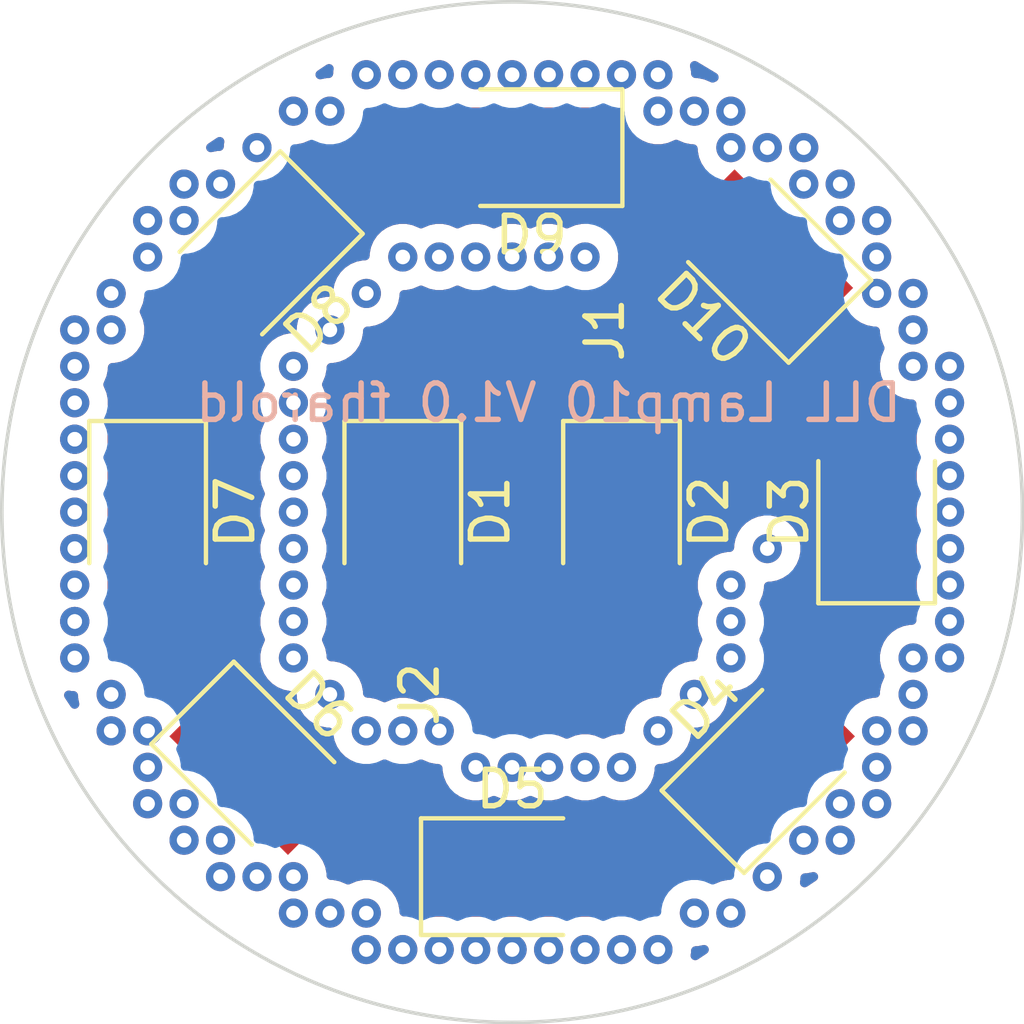
<source format=kicad_pcb>
(kicad_pcb (version 20171130) (host pcbnew "(5.1.6-0-10_14)")

  (general
    (thickness 1.6)
    (drawings 11)
    (tracks 145)
    (zones 0)
    (modules 12)
    (nets 12)
  )

  (page A4)
  (layers
    (0 F.Cu signal)
    (31 B.Cu signal)
    (32 B.Adhes user)
    (33 F.Adhes user)
    (34 B.Paste user)
    (35 F.Paste user)
    (36 B.SilkS user)
    (37 F.SilkS user)
    (38 B.Mask user)
    (39 F.Mask user)
    (40 Dwgs.User user)
    (41 Cmts.User user)
    (42 Eco1.User user)
    (43 Eco2.User user)
    (44 Edge.Cuts user)
    (45 Margin user)
    (46 B.CrtYd user)
    (47 F.CrtYd user)
    (48 B.Fab user)
    (49 F.Fab user)
  )

  (setup
    (last_trace_width 1)
    (user_trace_width 1)
    (trace_clearance 0.2)
    (zone_clearance 0.508)
    (zone_45_only no)
    (trace_min 0.2)
    (via_size 0.8)
    (via_drill 0.4)
    (via_min_size 0.4)
    (via_min_drill 0.3)
    (uvia_size 0.3)
    (uvia_drill 0.1)
    (uvias_allowed no)
    (uvia_min_size 0.2)
    (uvia_min_drill 0.1)
    (edge_width 0.1)
    (segment_width 0.2)
    (pcb_text_width 0.3)
    (pcb_text_size 1.5 1.5)
    (mod_edge_width 0.15)
    (mod_text_size 1 1)
    (mod_text_width 0.15)
    (pad_size 1.524 1.524)
    (pad_drill 0.762)
    (pad_to_mask_clearance 0)
    (aux_axis_origin 0 0)
    (visible_elements FFFFFF7F)
    (pcbplotparams
      (layerselection 0x010fc_ffffffff)
      (usegerberextensions false)
      (usegerberattributes true)
      (usegerberadvancedattributes true)
      (creategerberjobfile true)
      (excludeedgelayer true)
      (linewidth 0.100000)
      (plotframeref false)
      (viasonmask false)
      (mode 1)
      (useauxorigin false)
      (hpglpennumber 1)
      (hpglpenspeed 20)
      (hpglpendiameter 15.000000)
      (psnegative false)
      (psa4output false)
      (plotreference true)
      (plotvalue true)
      (plotinvisibletext false)
      (padsonsilk false)
      (subtractmaskfromsilk false)
      (outputformat 1)
      (mirror false)
      (drillshape 0)
      (scaleselection 1)
      (outputdirectory "lamp10/"))
  )

  (net 0 "")
  (net 1 "Net-(D1-Pad1)")
  (net 2 LED+)
  (net 3 "Net-(D2-Pad1)")
  (net 4 "Net-(D3-Pad1)")
  (net 5 "Net-(D4-Pad1)")
  (net 6 "Net-(D5-Pad1)")
  (net 7 "Net-(D6-Pad1)")
  (net 8 "Net-(D7-Pad1)")
  (net 9 "Net-(D8-Pad1)")
  (net 10 "Net-(D10-Pad2)")
  (net 11 LED-)

  (net_class Default "This is the default net class."
    (clearance 0.2)
    (trace_width 0.25)
    (via_dia 0.8)
    (via_drill 0.4)
    (uvia_dia 0.3)
    (uvia_drill 0.1)
    (add_net LED+)
    (add_net LED-)
    (add_net "Net-(D1-Pad1)")
    (add_net "Net-(D10-Pad2)")
    (add_net "Net-(D2-Pad1)")
    (add_net "Net-(D3-Pad1)")
    (add_net "Net-(D4-Pad1)")
    (add_net "Net-(D5-Pad1)")
    (add_net "Net-(D6-Pad1)")
    (add_net "Net-(D7-Pad1)")
    (add_net "Net-(D8-Pad1)")
  )

  (module LED_SMD:LED_PLCC_2835_Handsoldering (layer F.Cu) (tedit 5C65228D) (tstamp 5FEE7591)
    (at 37 30 270)
    (descr https://www.luckylight.cn/media/component/data-sheet/R2835BC-B2M-M10.pdf)
    (tags LED)
    (path /5FEE7761)
    (attr smd)
    (fp_text reference D1 (at 0 -2.4 90) (layer F.SilkS)
      (effects (font (size 1 1) (thickness 0.15)))
    )
    (fp_text value LED (at 0 2.475 90) (layer F.Fab)
      (effects (font (size 1 1) (thickness 0.15)))
    )
    (fp_line (start -1.05 -1.4) (end -1.75 -0.7) (layer F.Fab) (width 0.1))
    (fp_line (start -2.5 -1.6) (end -2.5 1.6) (layer F.SilkS) (width 0.12))
    (fp_line (start 1.75 1.4) (end -1.75 1.4) (layer F.Fab) (width 0.1))
    (fp_line (start -1.75 1.4) (end -1.75 -0.7) (layer F.Fab) (width 0.1))
    (fp_line (start -1.05 -1.4) (end 1.75 -1.4) (layer F.Fab) (width 0.1))
    (fp_line (start 1.75 -1.4) (end 1.75 1.4) (layer F.Fab) (width 0.1))
    (fp_line (start 1.4 1.6) (end -2.5 1.6) (layer F.SilkS) (width 0.12))
    (fp_line (start 1.4 -1.6) (end -2.5 -1.6) (layer F.SilkS) (width 0.12))
    (fp_line (start 2.55 1.65) (end -2.55 1.65) (layer F.CrtYd) (width 0.05))
    (fp_line (start -2.55 1.65) (end -2.55 -1.65) (layer F.CrtYd) (width 0.05))
    (fp_line (start -2.55 -1.65) (end 2.55 -1.65) (layer F.CrtYd) (width 0.05))
    (fp_line (start 2.55 -1.65) (end 2.55 1.65) (layer F.CrtYd) (width 0.05))
    (fp_text user %R (at 0 0 90) (layer F.Fab)
      (effects (font (size 0.9 0.9) (thickness 0.135)))
    )
    (pad 1 smd rect (at -1.05 0 270) (size 2.5 2.2) (layers F.Cu F.Paste F.Mask)
      (net 1 "Net-(D1-Pad1)"))
    (pad 2 smd rect (at 1.525 0 270) (size 1.55 2.2) (layers F.Cu F.Paste F.Mask)
      (net 2 LED+))
    (model ${KISYS3DMOD}/LED_SMD.3dshapes/LED_PLCC_2835.wrl
      (at (xyz 0 0 0))
      (scale (xyz 1 1 1))
      (rotate (xyz 0 0 0))
    )
  )

  (module LED_SMD:LED_PLCC_2835_Handsoldering (layer F.Cu) (tedit 5C65228D) (tstamp 5FEE75A4)
    (at 43 30 270)
    (descr https://www.luckylight.cn/media/component/data-sheet/R2835BC-B2M-M10.pdf)
    (tags LED)
    (path /5FEE8F51)
    (attr smd)
    (fp_text reference D2 (at 0 -2.4 90) (layer F.SilkS)
      (effects (font (size 1 1) (thickness 0.15)))
    )
    (fp_text value LED (at 0 2.475 90) (layer F.Fab)
      (effects (font (size 1 1) (thickness 0.15)))
    )
    (fp_text user %R (at 0 0 90) (layer F.Fab)
      (effects (font (size 0.9 0.9) (thickness 0.135)))
    )
    (fp_line (start 2.55 -1.65) (end 2.55 1.65) (layer F.CrtYd) (width 0.05))
    (fp_line (start -2.55 -1.65) (end 2.55 -1.65) (layer F.CrtYd) (width 0.05))
    (fp_line (start -2.55 1.65) (end -2.55 -1.65) (layer F.CrtYd) (width 0.05))
    (fp_line (start 2.55 1.65) (end -2.55 1.65) (layer F.CrtYd) (width 0.05))
    (fp_line (start 1.4 -1.6) (end -2.5 -1.6) (layer F.SilkS) (width 0.12))
    (fp_line (start 1.4 1.6) (end -2.5 1.6) (layer F.SilkS) (width 0.12))
    (fp_line (start 1.75 -1.4) (end 1.75 1.4) (layer F.Fab) (width 0.1))
    (fp_line (start -1.05 -1.4) (end 1.75 -1.4) (layer F.Fab) (width 0.1))
    (fp_line (start -1.75 1.4) (end -1.75 -0.7) (layer F.Fab) (width 0.1))
    (fp_line (start 1.75 1.4) (end -1.75 1.4) (layer F.Fab) (width 0.1))
    (fp_line (start -2.5 -1.6) (end -2.5 1.6) (layer F.SilkS) (width 0.12))
    (fp_line (start -1.05 -1.4) (end -1.75 -0.7) (layer F.Fab) (width 0.1))
    (pad 2 smd rect (at 1.525 0 270) (size 1.55 2.2) (layers F.Cu F.Paste F.Mask)
      (net 1 "Net-(D1-Pad1)"))
    (pad 1 smd rect (at -1.05 0 270) (size 2.5 2.2) (layers F.Cu F.Paste F.Mask)
      (net 3 "Net-(D2-Pad1)"))
    (model ${KISYS3DMOD}/LED_SMD.3dshapes/LED_PLCC_2835.wrl
      (at (xyz 0 0 0))
      (scale (xyz 1 1 1))
      (rotate (xyz 0 0 0))
    )
  )

  (module LED_SMD:LED_PLCC_2835_Handsoldering (layer F.Cu) (tedit 5C65228D) (tstamp 5FEE75B7)
    (at 50 30 90)
    (descr https://www.luckylight.cn/media/component/data-sheet/R2835BC-B2M-M10.pdf)
    (tags LED)
    (path /5FEE985E)
    (attr smd)
    (fp_text reference D3 (at 0 -2.4 90) (layer F.SilkS)
      (effects (font (size 1 1) (thickness 0.15)))
    )
    (fp_text value LED (at 0 2.475 90) (layer F.Fab)
      (effects (font (size 1 1) (thickness 0.15)))
    )
    (fp_line (start -1.05 -1.4) (end -1.75 -0.7) (layer F.Fab) (width 0.1))
    (fp_line (start -2.5 -1.6) (end -2.5 1.6) (layer F.SilkS) (width 0.12))
    (fp_line (start 1.75 1.4) (end -1.75 1.4) (layer F.Fab) (width 0.1))
    (fp_line (start -1.75 1.4) (end -1.75 -0.7) (layer F.Fab) (width 0.1))
    (fp_line (start -1.05 -1.4) (end 1.75 -1.4) (layer F.Fab) (width 0.1))
    (fp_line (start 1.75 -1.4) (end 1.75 1.4) (layer F.Fab) (width 0.1))
    (fp_line (start 1.4 1.6) (end -2.5 1.6) (layer F.SilkS) (width 0.12))
    (fp_line (start 1.4 -1.6) (end -2.5 -1.6) (layer F.SilkS) (width 0.12))
    (fp_line (start 2.55 1.65) (end -2.55 1.65) (layer F.CrtYd) (width 0.05))
    (fp_line (start -2.55 1.65) (end -2.55 -1.65) (layer F.CrtYd) (width 0.05))
    (fp_line (start -2.55 -1.65) (end 2.55 -1.65) (layer F.CrtYd) (width 0.05))
    (fp_line (start 2.55 -1.65) (end 2.55 1.65) (layer F.CrtYd) (width 0.05))
    (fp_text user %R (at 0 0 90) (layer F.Fab)
      (effects (font (size 0.9 0.9) (thickness 0.135)))
    )
    (pad 1 smd rect (at -1.05 0 90) (size 2.5 2.2) (layers F.Cu F.Paste F.Mask)
      (net 4 "Net-(D3-Pad1)"))
    (pad 2 smd rect (at 1.525 0 90) (size 1.55 2.2) (layers F.Cu F.Paste F.Mask)
      (net 3 "Net-(D2-Pad1)"))
    (model ${KISYS3DMOD}/LED_SMD.3dshapes/LED_PLCC_2835.wrl
      (at (xyz 0 0 0))
      (scale (xyz 1 1 1))
      (rotate (xyz 0 0 0))
    )
  )

  (module LED_SMD:LED_PLCC_2835_Handsoldering (layer F.Cu) (tedit 5C65228D) (tstamp 5FEE75CA)
    (at 47 37 45)
    (descr https://www.luckylight.cn/media/component/data-sheet/R2835BC-B2M-M10.pdf)
    (tags LED)
    (path /5FEE9C35)
    (attr smd)
    (fp_text reference D4 (at 0 -2.4 45) (layer F.SilkS)
      (effects (font (size 1 1) (thickness 0.15)))
    )
    (fp_text value LED (at 0 2.475 45) (layer F.Fab)
      (effects (font (size 1 1) (thickness 0.15)))
    )
    (fp_text user %R (at 0 0 90) (layer F.Fab)
      (effects (font (size 0.9 0.9) (thickness 0.135)))
    )
    (fp_line (start 2.55 -1.65) (end 2.55 1.65) (layer F.CrtYd) (width 0.05))
    (fp_line (start -2.55 -1.65) (end 2.55 -1.65) (layer F.CrtYd) (width 0.05))
    (fp_line (start -2.55 1.65) (end -2.55 -1.65) (layer F.CrtYd) (width 0.05))
    (fp_line (start 2.55 1.65) (end -2.55 1.65) (layer F.CrtYd) (width 0.05))
    (fp_line (start 1.4 -1.6) (end -2.5 -1.6) (layer F.SilkS) (width 0.12))
    (fp_line (start 1.4 1.6) (end -2.5 1.6) (layer F.SilkS) (width 0.12))
    (fp_line (start 1.75 -1.4) (end 1.75 1.4) (layer F.Fab) (width 0.1))
    (fp_line (start -1.05 -1.4) (end 1.75 -1.4) (layer F.Fab) (width 0.1))
    (fp_line (start -1.75 1.4) (end -1.75 -0.7) (layer F.Fab) (width 0.1))
    (fp_line (start 1.75 1.4) (end -1.75 1.4) (layer F.Fab) (width 0.1))
    (fp_line (start -2.5 -1.6) (end -2.5 1.6) (layer F.SilkS) (width 0.12))
    (fp_line (start -1.05 -1.4) (end -1.75 -0.7) (layer F.Fab) (width 0.1))
    (pad 2 smd rect (at 1.525 0 45) (size 1.55 2.2) (layers F.Cu F.Paste F.Mask)
      (net 4 "Net-(D3-Pad1)"))
    (pad 1 smd rect (at -1.05 0 45) (size 2.5 2.2) (layers F.Cu F.Paste F.Mask)
      (net 5 "Net-(D4-Pad1)"))
    (model ${KISYS3DMOD}/LED_SMD.3dshapes/LED_PLCC_2835.wrl
      (at (xyz 0 0 0))
      (scale (xyz 1 1 1))
      (rotate (xyz 0 0 0))
    )
  )

  (module LED_SMD:LED_PLCC_2835_Handsoldering (layer F.Cu) (tedit 5C65228D) (tstamp 5FEE75DD)
    (at 40 40)
    (descr https://www.luckylight.cn/media/component/data-sheet/R2835BC-B2M-M10.pdf)
    (tags LED)
    (path /5FEEA3AC)
    (attr smd)
    (fp_text reference D5 (at 0 -2.4) (layer F.SilkS)
      (effects (font (size 1 1) (thickness 0.15)))
    )
    (fp_text value LED (at 0 2.475) (layer F.Fab)
      (effects (font (size 1 1) (thickness 0.15)))
    )
    (fp_line (start -1.05 -1.4) (end -1.75 -0.7) (layer F.Fab) (width 0.1))
    (fp_line (start -2.5 -1.6) (end -2.5 1.6) (layer F.SilkS) (width 0.12))
    (fp_line (start 1.75 1.4) (end -1.75 1.4) (layer F.Fab) (width 0.1))
    (fp_line (start -1.75 1.4) (end -1.75 -0.7) (layer F.Fab) (width 0.1))
    (fp_line (start -1.05 -1.4) (end 1.75 -1.4) (layer F.Fab) (width 0.1))
    (fp_line (start 1.75 -1.4) (end 1.75 1.4) (layer F.Fab) (width 0.1))
    (fp_line (start 1.4 1.6) (end -2.5 1.6) (layer F.SilkS) (width 0.12))
    (fp_line (start 1.4 -1.6) (end -2.5 -1.6) (layer F.SilkS) (width 0.12))
    (fp_line (start 2.55 1.65) (end -2.55 1.65) (layer F.CrtYd) (width 0.05))
    (fp_line (start -2.55 1.65) (end -2.55 -1.65) (layer F.CrtYd) (width 0.05))
    (fp_line (start -2.55 -1.65) (end 2.55 -1.65) (layer F.CrtYd) (width 0.05))
    (fp_line (start 2.55 -1.65) (end 2.55 1.65) (layer F.CrtYd) (width 0.05))
    (fp_text user %R (at 0 0) (layer F.Fab)
      (effects (font (size 0.9 0.9) (thickness 0.135)))
    )
    (pad 1 smd rect (at -1.05 0) (size 2.5 2.2) (layers F.Cu F.Paste F.Mask)
      (net 6 "Net-(D5-Pad1)"))
    (pad 2 smd rect (at 1.525 0) (size 1.55 2.2) (layers F.Cu F.Paste F.Mask)
      (net 5 "Net-(D4-Pad1)"))
    (model ${KISYS3DMOD}/LED_SMD.3dshapes/LED_PLCC_2835.wrl
      (at (xyz 0 0 0))
      (scale (xyz 1 1 1))
      (rotate (xyz 0 0 0))
    )
  )

  (module LED_SMD:LED_PLCC_2835_Handsoldering (layer F.Cu) (tedit 5C65228D) (tstamp 5FEE75F0)
    (at 33 37 315)
    (descr https://www.luckylight.cn/media/component/data-sheet/R2835BC-B2M-M10.pdf)
    (tags LED)
    (path /5FEF4A45)
    (attr smd)
    (fp_text reference D6 (at 0 -2.4 135) (layer F.SilkS)
      (effects (font (size 1 1) (thickness 0.15)))
    )
    (fp_text value LED (at 0 2.475 135) (layer F.Fab)
      (effects (font (size 1 1) (thickness 0.15)))
    )
    (fp_text user %R (at 0 0 135) (layer F.Fab)
      (effects (font (size 0.9 0.9) (thickness 0.135)))
    )
    (fp_line (start 2.55 -1.65) (end 2.55 1.65) (layer F.CrtYd) (width 0.05))
    (fp_line (start -2.55 -1.65) (end 2.55 -1.65) (layer F.CrtYd) (width 0.05))
    (fp_line (start -2.55 1.65) (end -2.55 -1.65) (layer F.CrtYd) (width 0.05))
    (fp_line (start 2.55 1.65) (end -2.55 1.65) (layer F.CrtYd) (width 0.05))
    (fp_line (start 1.4 -1.6) (end -2.5 -1.6) (layer F.SilkS) (width 0.12))
    (fp_line (start 1.4 1.6) (end -2.5 1.6) (layer F.SilkS) (width 0.12))
    (fp_line (start 1.75 -1.4) (end 1.75 1.4) (layer F.Fab) (width 0.1))
    (fp_line (start -1.05 -1.4) (end 1.75 -1.4) (layer F.Fab) (width 0.1))
    (fp_line (start -1.75 1.4) (end -1.75 -0.7) (layer F.Fab) (width 0.1))
    (fp_line (start 1.75 1.4) (end -1.75 1.4) (layer F.Fab) (width 0.1))
    (fp_line (start -2.5 -1.6) (end -2.5 1.6) (layer F.SilkS) (width 0.12))
    (fp_line (start -1.05 -1.4) (end -1.75 -0.7) (layer F.Fab) (width 0.1))
    (pad 2 smd rect (at 1.525 0 315) (size 1.55 2.2) (layers F.Cu F.Paste F.Mask)
      (net 6 "Net-(D5-Pad1)"))
    (pad 1 smd rect (at -1.05 0 315) (size 2.5 2.2) (layers F.Cu F.Paste F.Mask)
      (net 7 "Net-(D6-Pad1)"))
    (model ${KISYS3DMOD}/LED_SMD.3dshapes/LED_PLCC_2835.wrl
      (at (xyz 0 0 0))
      (scale (xyz 1 1 1))
      (rotate (xyz 0 0 0))
    )
  )

  (module LED_SMD:LED_PLCC_2835_Handsoldering (layer F.Cu) (tedit 5C65228D) (tstamp 5FEE7603)
    (at 30 30 270)
    (descr https://www.luckylight.cn/media/component/data-sheet/R2835BC-B2M-M10.pdf)
    (tags LED)
    (path /5FEF4A4B)
    (attr smd)
    (fp_text reference D7 (at 0 -2.4 90) (layer F.SilkS)
      (effects (font (size 1 1) (thickness 0.15)))
    )
    (fp_text value LED (at 0 2.475 90) (layer F.Fab)
      (effects (font (size 1 1) (thickness 0.15)))
    )
    (fp_line (start -1.05 -1.4) (end -1.75 -0.7) (layer F.Fab) (width 0.1))
    (fp_line (start -2.5 -1.6) (end -2.5 1.6) (layer F.SilkS) (width 0.12))
    (fp_line (start 1.75 1.4) (end -1.75 1.4) (layer F.Fab) (width 0.1))
    (fp_line (start -1.75 1.4) (end -1.75 -0.7) (layer F.Fab) (width 0.1))
    (fp_line (start -1.05 -1.4) (end 1.75 -1.4) (layer F.Fab) (width 0.1))
    (fp_line (start 1.75 -1.4) (end 1.75 1.4) (layer F.Fab) (width 0.1))
    (fp_line (start 1.4 1.6) (end -2.5 1.6) (layer F.SilkS) (width 0.12))
    (fp_line (start 1.4 -1.6) (end -2.5 -1.6) (layer F.SilkS) (width 0.12))
    (fp_line (start 2.55 1.65) (end -2.55 1.65) (layer F.CrtYd) (width 0.05))
    (fp_line (start -2.55 1.65) (end -2.55 -1.65) (layer F.CrtYd) (width 0.05))
    (fp_line (start -2.55 -1.65) (end 2.55 -1.65) (layer F.CrtYd) (width 0.05))
    (fp_line (start 2.55 -1.65) (end 2.55 1.65) (layer F.CrtYd) (width 0.05))
    (fp_text user %R (at 0 0 90) (layer F.Fab)
      (effects (font (size 0.9 0.9) (thickness 0.135)))
    )
    (pad 1 smd rect (at -1.05 0 270) (size 2.5 2.2) (layers F.Cu F.Paste F.Mask)
      (net 8 "Net-(D7-Pad1)"))
    (pad 2 smd rect (at 1.525 0 270) (size 1.55 2.2) (layers F.Cu F.Paste F.Mask)
      (net 7 "Net-(D6-Pad1)"))
    (model ${KISYS3DMOD}/LED_SMD.3dshapes/LED_PLCC_2835.wrl
      (at (xyz 0 0 0))
      (scale (xyz 1 1 1))
      (rotate (xyz 0 0 0))
    )
  )

  (module LED_SMD:LED_PLCC_2835_Handsoldering (layer F.Cu) (tedit 5C65228D) (tstamp 5FEE7616)
    (at 33 23 225)
    (descr https://www.luckylight.cn/media/component/data-sheet/R2835BC-B2M-M10.pdf)
    (tags LED)
    (path /5FEF4A51)
    (attr smd)
    (fp_text reference D8 (at 0 -2.4 45) (layer F.SilkS)
      (effects (font (size 1 1) (thickness 0.15)))
    )
    (fp_text value LED (at 0 2.475 45) (layer F.Fab)
      (effects (font (size 1 1) (thickness 0.15)))
    )
    (fp_text user %R (at 0 0 45) (layer F.Fab)
      (effects (font (size 0.9 0.9) (thickness 0.135)))
    )
    (fp_line (start 2.55 -1.65) (end 2.55 1.65) (layer F.CrtYd) (width 0.05))
    (fp_line (start -2.55 -1.65) (end 2.55 -1.65) (layer F.CrtYd) (width 0.05))
    (fp_line (start -2.55 1.65) (end -2.55 -1.65) (layer F.CrtYd) (width 0.05))
    (fp_line (start 2.55 1.65) (end -2.55 1.65) (layer F.CrtYd) (width 0.05))
    (fp_line (start 1.4 -1.6) (end -2.5 -1.6) (layer F.SilkS) (width 0.12))
    (fp_line (start 1.4 1.6) (end -2.5 1.6) (layer F.SilkS) (width 0.12))
    (fp_line (start 1.75 -1.4) (end 1.75 1.4) (layer F.Fab) (width 0.1))
    (fp_line (start -1.05 -1.4) (end 1.75 -1.4) (layer F.Fab) (width 0.1))
    (fp_line (start -1.75 1.4) (end -1.75 -0.7) (layer F.Fab) (width 0.1))
    (fp_line (start 1.75 1.4) (end -1.75 1.4) (layer F.Fab) (width 0.1))
    (fp_line (start -2.5 -1.6) (end -2.5 1.6) (layer F.SilkS) (width 0.12))
    (fp_line (start -1.05 -1.4) (end -1.75 -0.7) (layer F.Fab) (width 0.1))
    (pad 2 smd rect (at 1.525 0 225) (size 1.55 2.2) (layers F.Cu F.Paste F.Mask)
      (net 8 "Net-(D7-Pad1)"))
    (pad 1 smd rect (at -1.05 0 225) (size 2.5 2.2) (layers F.Cu F.Paste F.Mask)
      (net 9 "Net-(D8-Pad1)"))
    (model ${KISYS3DMOD}/LED_SMD.3dshapes/LED_PLCC_2835.wrl
      (at (xyz 0 0 0))
      (scale (xyz 1 1 1))
      (rotate (xyz 0 0 0))
    )
  )

  (module LED_SMD:LED_PLCC_2835_Handsoldering (layer F.Cu) (tedit 5C65228D) (tstamp 5FEE7935)
    (at 40.525 20 180)
    (descr https://www.luckylight.cn/media/component/data-sheet/R2835BC-B2M-M10.pdf)
    (tags LED)
    (path /5FEF4A57)
    (attr smd)
    (fp_text reference D9 (at 0 -2.4) (layer F.SilkS)
      (effects (font (size 1 1) (thickness 0.15)))
    )
    (fp_text value LED (at 0 2.475) (layer F.Fab)
      (effects (font (size 1 1) (thickness 0.15)))
    )
    (fp_line (start -1.05 -1.4) (end -1.75 -0.7) (layer F.Fab) (width 0.1))
    (fp_line (start -2.5 -1.6) (end -2.5 1.6) (layer F.SilkS) (width 0.12))
    (fp_line (start 1.75 1.4) (end -1.75 1.4) (layer F.Fab) (width 0.1))
    (fp_line (start -1.75 1.4) (end -1.75 -0.7) (layer F.Fab) (width 0.1))
    (fp_line (start -1.05 -1.4) (end 1.75 -1.4) (layer F.Fab) (width 0.1))
    (fp_line (start 1.75 -1.4) (end 1.75 1.4) (layer F.Fab) (width 0.1))
    (fp_line (start 1.4 1.6) (end -2.5 1.6) (layer F.SilkS) (width 0.12))
    (fp_line (start 1.4 -1.6) (end -2.5 -1.6) (layer F.SilkS) (width 0.12))
    (fp_line (start 2.55 1.65) (end -2.55 1.65) (layer F.CrtYd) (width 0.05))
    (fp_line (start -2.55 1.65) (end -2.55 -1.65) (layer F.CrtYd) (width 0.05))
    (fp_line (start -2.55 -1.65) (end 2.55 -1.65) (layer F.CrtYd) (width 0.05))
    (fp_line (start 2.55 -1.65) (end 2.55 1.65) (layer F.CrtYd) (width 0.05))
    (fp_text user %R (at 0 0) (layer F.Fab)
      (effects (font (size 0.9 0.9) (thickness 0.135)))
    )
    (pad 1 smd rect (at -1.05 0 180) (size 2.5 2.2) (layers F.Cu F.Paste F.Mask)
      (net 10 "Net-(D10-Pad2)"))
    (pad 2 smd rect (at 1.525 0 180) (size 1.55 2.2) (layers F.Cu F.Paste F.Mask)
      (net 9 "Net-(D8-Pad1)"))
    (model ${KISYS3DMOD}/LED_SMD.3dshapes/LED_PLCC_2835.wrl
      (at (xyz 0 0 0))
      (scale (xyz 1 1 1))
      (rotate (xyz 0 0 0))
    )
  )

  (module LED_SMD:LED_PLCC_2835_Handsoldering (layer F.Cu) (tedit 5C65228D) (tstamp 5FEE763C)
    (at 46.95 23 135)
    (descr https://www.luckylight.cn/media/component/data-sheet/R2835BC-B2M-M10.pdf)
    (tags LED)
    (path /5FEF4A5D)
    (attr smd)
    (fp_text reference D10 (at 0 -2.4 135) (layer F.SilkS)
      (effects (font (size 1 1) (thickness 0.15)))
    )
    (fp_text value LED (at 0 2.475 135) (layer F.Fab)
      (effects (font (size 1 1) (thickness 0.15)))
    )
    (fp_text user %R (at 0 0 135) (layer F.Fab)
      (effects (font (size 0.9 0.9) (thickness 0.135)))
    )
    (fp_line (start 2.55 -1.65) (end 2.55 1.65) (layer F.CrtYd) (width 0.05))
    (fp_line (start -2.55 -1.65) (end 2.55 -1.65) (layer F.CrtYd) (width 0.05))
    (fp_line (start -2.55 1.65) (end -2.55 -1.65) (layer F.CrtYd) (width 0.05))
    (fp_line (start 2.55 1.65) (end -2.55 1.65) (layer F.CrtYd) (width 0.05))
    (fp_line (start 1.4 -1.6) (end -2.5 -1.6) (layer F.SilkS) (width 0.12))
    (fp_line (start 1.4 1.6) (end -2.5 1.6) (layer F.SilkS) (width 0.12))
    (fp_line (start 1.75 -1.4) (end 1.75 1.4) (layer F.Fab) (width 0.1))
    (fp_line (start -1.05 -1.4) (end 1.75 -1.4) (layer F.Fab) (width 0.1))
    (fp_line (start -1.75 1.4) (end -1.75 -0.7) (layer F.Fab) (width 0.1))
    (fp_line (start 1.75 1.4) (end -1.75 1.4) (layer F.Fab) (width 0.1))
    (fp_line (start -2.5 -1.6) (end -2.5 1.6) (layer F.SilkS) (width 0.12))
    (fp_line (start -1.05 -1.4) (end -1.75 -0.7) (layer F.Fab) (width 0.1))
    (pad 2 smd rect (at 1.525 0 135) (size 1.55 2.2) (layers F.Cu F.Paste F.Mask)
      (net 10 "Net-(D10-Pad2)"))
    (pad 1 smd rect (at -1.05 0 135) (size 2.5 2.2) (layers F.Cu F.Paste F.Mask)
      (net 11 LED-))
    (model ${KISYS3DMOD}/LED_SMD.3dshapes/LED_PLCC_2835.wrl
      (at (xyz 0 0 0))
      (scale (xyz 1 1 1))
      (rotate (xyz 0 0 0))
    )
  )

  (module Connector_Wire:SolderWirePad_1x01_SMD_1x2mm (layer F.Cu) (tedit 5DD6EB27) (tstamp 5FEE764A)
    (at 40 25 270)
    (descr "Wire Pad, Square, SMD Pad,  5mm x 10mm,")
    (tags "MesurementPoint Square SMDPad 5mmx10mm ")
    (path /5FEE72EA)
    (attr virtual)
    (fp_text reference J1 (at 0 -2.54 90) (layer F.SilkS)
      (effects (font (size 1 1) (thickness 0.15)))
    )
    (fp_text value Conn_01x01_Female (at 0 2.54 90) (layer F.Fab)
      (effects (font (size 1 1) (thickness 0.15)))
    )
    (fp_text user %R (at 0 0 90) (layer F.Fab)
      (effects (font (size 1 1) (thickness 0.15)))
    )
    (fp_line (start 0.63 -1.27) (end -0.63 -1.27) (layer F.CrtYd) (width 0.05))
    (fp_line (start 0.63 1.27) (end 0.63 -1.27) (layer F.CrtYd) (width 0.05))
    (fp_line (start -0.63 1.27) (end 0.63 1.27) (layer F.CrtYd) (width 0.05))
    (fp_line (start -0.63 -1.27) (end -0.63 1.27) (layer F.CrtYd) (width 0.05))
    (fp_line (start -0.63 -1.27) (end 0.63 -1.27) (layer F.Fab) (width 0.1))
    (fp_line (start 0.63 -1.27) (end 0.63 1.27) (layer F.Fab) (width 0.1))
    (fp_line (start 0.63 1.27) (end -0.63 1.27) (layer F.Fab) (width 0.1))
    (fp_line (start -0.63 1.27) (end -0.63 -1.27) (layer F.Fab) (width 0.1))
    (pad 1 smd roundrect (at 0 0 270) (size 1 2) (layers F.Cu F.Paste F.Mask) (roundrect_rratio 0.25)
      (net 11 LED-))
  )

  (module Connector_Wire:SolderWirePad_1x01_SMD_1x2mm (layer F.Cu) (tedit 5DD6EB27) (tstamp 5FEE7658)
    (at 40 35 90)
    (descr "Wire Pad, Square, SMD Pad,  5mm x 10mm,")
    (tags "MesurementPoint Square SMDPad 5mmx10mm ")
    (path /5FEE7107)
    (attr virtual)
    (fp_text reference J2 (at 0 -2.54 90) (layer F.SilkS)
      (effects (font (size 1 1) (thickness 0.15)))
    )
    (fp_text value Conn_01x01_Female (at 0 2.54 90) (layer F.Fab)
      (effects (font (size 1 1) (thickness 0.15)))
    )
    (fp_line (start -0.63 1.27) (end -0.63 -1.27) (layer F.Fab) (width 0.1))
    (fp_line (start 0.63 1.27) (end -0.63 1.27) (layer F.Fab) (width 0.1))
    (fp_line (start 0.63 -1.27) (end 0.63 1.27) (layer F.Fab) (width 0.1))
    (fp_line (start -0.63 -1.27) (end 0.63 -1.27) (layer F.Fab) (width 0.1))
    (fp_line (start -0.63 -1.27) (end -0.63 1.27) (layer F.CrtYd) (width 0.05))
    (fp_line (start -0.63 1.27) (end 0.63 1.27) (layer F.CrtYd) (width 0.05))
    (fp_line (start 0.63 1.27) (end 0.63 -1.27) (layer F.CrtYd) (width 0.05))
    (fp_line (start 0.63 -1.27) (end -0.63 -1.27) (layer F.CrtYd) (width 0.05))
    (fp_text user %R (at 0 0 90) (layer F.Fab)
      (effects (font (size 1 1) (thickness 0.15)))
    )
    (pad 1 smd roundrect (at 0 0 90) (size 1 2) (layers F.Cu F.Paste F.Mask) (roundrect_rratio 0.25)
      (net 2 LED+))
  )

  (gr_text "DLL Lamp10 V1.0 fharold" (at 41 27) (layer B.SilkS)
    (effects (font (size 1 1) (thickness 0.15)) (justify mirror))
  )
  (gr_circle (center 40 30) (end 54 30) (layer Edge.Cuts) (width 0.1))
  (gr_line (start 40 30) (end 47 37) (layer Dwgs.User) (width 0.15))
  (gr_line (start 40 30) (end 33 37) (layer Dwgs.User) (width 0.15))
  (gr_line (start 40 30) (end 33 23) (layer Dwgs.User) (width 0.15))
  (gr_line (start 40 30) (end 47 23) (layer Dwgs.User) (width 0.15))
  (gr_line (start 40 30) (end 40 40) (layer Dwgs.User) (width 0.15) (tstamp 5FEE790F))
  (gr_line (start 40 30) (end 30 30) (layer Dwgs.User) (width 0.15) (tstamp 5FEE790E))
  (gr_line (start 40 20) (end 40 30) (layer Dwgs.User) (width 0.15) (tstamp 5FEE790D))
  (gr_line (start 50 30) (end 40 30) (layer Dwgs.User) (width 0.15) (tstamp 5FEE790C))
  (gr_circle (center 40 30) (end 50 30) (layer Dwgs.User) (width 0.15))

  (via (at 32 21) (size 0.8) (drill 0.4) (layers F.Cu B.Cu) (net 0))
  (via (at 33 20) (size 0.8) (drill 0.4) (layers F.Cu B.Cu) (net 0))
  (via (at 34 19) (size 0.8) (drill 0.4) (layers F.Cu B.Cu) (net 0))
  (via (at 35 19) (size 0.8) (drill 0.4) (layers F.Cu B.Cu) (net 0))
  (via (at 36 18) (size 0.8) (drill 0.4) (layers F.Cu B.Cu) (net 0))
  (via (at 37 18) (size 0.8) (drill 0.4) (layers F.Cu B.Cu) (net 0))
  (via (at 38 18) (size 0.8) (drill 0.4) (layers F.Cu B.Cu) (net 0))
  (via (at 39 18) (size 0.8) (drill 0.4) (layers F.Cu B.Cu) (net 0))
  (via (at 40 18) (size 0.8) (drill 0.4) (layers F.Cu B.Cu) (net 0))
  (via (at 41 18) (size 0.8) (drill 0.4) (layers F.Cu B.Cu) (net 0))
  (via (at 42 18) (size 0.8) (drill 0.4) (layers F.Cu B.Cu) (net 0))
  (via (at 43 18) (size 0.8) (drill 0.4) (layers F.Cu B.Cu) (net 0))
  (via (at 44 18) (size 0.8) (drill 0.4) (layers F.Cu B.Cu) (net 0))
  (via (at 45 19) (size 0.8) (drill 0.4) (layers F.Cu B.Cu) (net 0))
  (via (at 46 19) (size 0.8) (drill 0.4) (layers F.Cu B.Cu) (net 0))
  (via (at 47 20) (size 0.8) (drill 0.4) (layers F.Cu B.Cu) (net 0))
  (via (at 48 20) (size 0.8) (drill 0.4) (layers F.Cu B.Cu) (net 0))
  (via (at 48 21) (size 0.8) (drill 0.4) (layers F.Cu B.Cu) (net 0))
  (via (at 49 21) (size 0.8) (drill 0.4) (layers F.Cu B.Cu) (net 0))
  (via (at 46 20) (size 0.8) (drill 0.4) (layers F.Cu B.Cu) (net 0))
  (via (at 44 19) (size 0.8) (drill 0.4) (layers F.Cu B.Cu) (net 0))
  (via (at 49 22) (size 0.8) (drill 0.4) (layers F.Cu B.Cu) (net 0))
  (via (at 50 22) (size 0.8) (drill 0.4) (layers F.Cu B.Cu) (net 0))
  (via (at 50 23) (size 0.8) (drill 0.4) (layers F.Cu B.Cu) (net 0))
  (via (at 50 24) (size 0.8) (drill 0.4) (layers F.Cu B.Cu) (net 0))
  (via (at 51 24) (size 0.8) (drill 0.4) (layers F.Cu B.Cu) (net 0))
  (via (at 51 25) (size 0.8) (drill 0.4) (layers F.Cu B.Cu) (net 0))
  (via (at 51 26) (size 0.8) (drill 0.4) (layers F.Cu B.Cu) (net 0))
  (via (at 52 26) (size 0.8) (drill 0.4) (layers F.Cu B.Cu) (net 0))
  (via (at 52 27) (size 0.8) (drill 0.4) (layers F.Cu B.Cu) (net 0))
  (via (at 52 28) (size 0.8) (drill 0.4) (layers F.Cu B.Cu) (net 0))
  (via (at 52 29) (size 0.8) (drill 0.4) (layers F.Cu B.Cu) (net 0))
  (via (at 52 30) (size 0.8) (drill 0.4) (layers F.Cu B.Cu) (net 0))
  (via (at 52 31) (size 0.8) (drill 0.4) (layers F.Cu B.Cu) (net 0))
  (via (at 52 32) (size 0.8) (drill 0.4) (layers F.Cu B.Cu) (net 0))
  (via (at 52 33) (size 0.8) (drill 0.4) (layers F.Cu B.Cu) (net 0))
  (via (at 52 34) (size 0.8) (drill 0.4) (layers F.Cu B.Cu) (net 0))
  (via (at 51 34) (size 0.8) (drill 0.4) (layers F.Cu B.Cu) (net 0))
  (via (at 51 35) (size 0.8) (drill 0.4) (layers F.Cu B.Cu) (net 0))
  (via (at 51 36) (size 0.8) (drill 0.4) (layers F.Cu B.Cu) (net 0))
  (via (at 50 36) (size 0.8) (drill 0.4) (layers F.Cu B.Cu) (net 0))
  (via (at 50 37) (size 0.8) (drill 0.4) (layers F.Cu B.Cu) (net 0))
  (via (at 50 38) (size 0.8) (drill 0.4) (layers F.Cu B.Cu) (net 0))
  (via (at 49 38) (size 0.8) (drill 0.4) (layers F.Cu B.Cu) (net 0))
  (via (at 49 39) (size 0.8) (drill 0.4) (layers F.Cu B.Cu) (net 0))
  (via (at 48 39) (size 0.8) (drill 0.4) (layers F.Cu B.Cu) (net 0))
  (via (at 47 40) (size 0.8) (drill 0.4) (layers F.Cu B.Cu) (net 0))
  (via (at 46 41) (size 0.8) (drill 0.4) (layers F.Cu B.Cu) (net 0))
  (via (at 45 41) (size 0.8) (drill 0.4) (layers F.Cu B.Cu) (net 0))
  (via (at 44 42) (size 0.8) (drill 0.4) (layers F.Cu B.Cu) (net 0))
  (via (at 43 42) (size 0.8) (drill 0.4) (layers F.Cu B.Cu) (net 0))
  (via (at 42 42) (size 0.8) (drill 0.4) (layers F.Cu B.Cu) (net 0))
  (via (at 41 42) (size 0.8) (drill 0.4) (layers F.Cu B.Cu) (net 0))
  (via (at 40 42) (size 0.8) (drill 0.4) (layers F.Cu B.Cu) (net 0))
  (via (at 39 42) (size 0.8) (drill 0.4) (layers F.Cu B.Cu) (net 0))
  (via (at 38 42) (size 0.8) (drill 0.4) (layers F.Cu B.Cu) (net 0))
  (via (at 37 42) (size 0.8) (drill 0.4) (layers F.Cu B.Cu) (net 0))
  (via (at 36 42) (size 0.8) (drill 0.4) (layers F.Cu B.Cu) (net 0))
  (via (at 36 41) (size 0.8) (drill 0.4) (layers F.Cu B.Cu) (net 0))
  (via (at 35 41) (size 0.8) (drill 0.4) (layers F.Cu B.Cu) (net 0))
  (via (at 34 41) (size 0.8) (drill 0.4) (layers F.Cu B.Cu) (net 0))
  (via (at 34 40) (size 0.8) (drill 0.4) (layers F.Cu B.Cu) (net 0))
  (via (at 33 40) (size 0.8) (drill 0.4) (layers F.Cu B.Cu) (net 0))
  (via (at 32 40) (size 0.8) (drill 0.4) (layers F.Cu B.Cu) (net 0))
  (via (at 32 39) (size 0.8) (drill 0.4) (layers F.Cu B.Cu) (net 0))
  (via (at 31 39) (size 0.8) (drill 0.4) (layers F.Cu B.Cu) (net 0))
  (via (at 31 38) (size 0.8) (drill 0.4) (layers F.Cu B.Cu) (net 0))
  (via (at 30 38) (size 0.8) (drill 0.4) (layers F.Cu B.Cu) (net 0))
  (via (at 30 37) (size 0.8) (drill 0.4) (layers F.Cu B.Cu) (net 0))
  (via (at 30 36) (size 0.8) (drill 0.4) (layers F.Cu B.Cu) (net 0))
  (via (at 29 36) (size 0.8) (drill 0.4) (layers F.Cu B.Cu) (net 0))
  (via (at 29 35) (size 0.8) (drill 0.4) (layers F.Cu B.Cu) (net 0))
  (via (at 28 34) (size 0.8) (drill 0.4) (layers F.Cu B.Cu) (net 0))
  (via (at 28 33) (size 0.8) (drill 0.4) (layers F.Cu B.Cu) (net 0))
  (via (at 28 33) (size 0.8) (drill 0.4) (layers F.Cu B.Cu) (net 0))
  (via (at 28 32) (size 0.8) (drill 0.4) (layers F.Cu B.Cu) (net 0))
  (via (at 28 31) (size 0.8) (drill 0.4) (layers F.Cu B.Cu) (net 0))
  (via (at 28 30) (size 0.8) (drill 0.4) (layers F.Cu B.Cu) (net 0))
  (via (at 28 29) (size 0.8) (drill 0.4) (layers F.Cu B.Cu) (net 0))
  (via (at 28 28) (size 0.8) (drill 0.4) (layers F.Cu B.Cu) (net 0))
  (via (at 28 28) (size 0.8) (drill 0.4) (layers F.Cu B.Cu) (net 0))
  (via (at 28 27) (size 0.8) (drill 0.4) (layers F.Cu B.Cu) (net 0))
  (via (at 28 26) (size 0.8) (drill 0.4) (layers F.Cu B.Cu) (net 0))
  (via (at 28 25) (size 0.8) (drill 0.4) (layers F.Cu B.Cu) (net 0))
  (via (at 29 25) (size 0.8) (drill 0.4) (layers F.Cu B.Cu) (net 0))
  (via (at 29 24) (size 0.8) (drill 0.4) (layers F.Cu B.Cu) (net 0))
  (via (at 30 23) (size 0.8) (drill 0.4) (layers F.Cu B.Cu) (net 0))
  (via (at 30 22) (size 0.8) (drill 0.4) (layers F.Cu B.Cu) (net 0))
  (via (at 31 22) (size 0.8) (drill 0.4) (layers F.Cu B.Cu) (net 0))
  (via (at 31 21) (size 0.8) (drill 0.4) (layers F.Cu B.Cu) (net 0))
  (via (at 34 30) (size 0.8) (drill 0.4) (layers F.Cu B.Cu) (net 0))
  (via (at 34 29) (size 0.8) (drill 0.4) (layers F.Cu B.Cu) (net 0))
  (via (at 34 28) (size 0.8) (drill 0.4) (layers F.Cu B.Cu) (net 0))
  (via (at 34 27) (size 0.8) (drill 0.4) (layers F.Cu B.Cu) (net 0))
  (via (at 34 26) (size 0.8) (drill 0.4) (layers F.Cu B.Cu) (net 0))
  (via (at 35 25) (size 0.8) (drill 0.4) (layers F.Cu B.Cu) (net 0))
  (via (at 36 24) (size 0.8) (drill 0.4) (layers F.Cu B.Cu) (net 0))
  (via (at 37 23) (size 0.8) (drill 0.4) (layers F.Cu B.Cu) (net 0))
  (via (at 38 23) (size 0.8) (drill 0.4) (layers F.Cu B.Cu) (net 0))
  (via (at 39 23) (size 0.8) (drill 0.4) (layers F.Cu B.Cu) (net 0))
  (via (at 41 23) (size 0.8) (drill 0.4) (layers F.Cu B.Cu) (net 0))
  (via (at 40 23) (size 0.8) (drill 0.4) (layers F.Cu B.Cu) (net 0))
  (via (at 42 23) (size 0.8) (drill 0.4) (layers F.Cu B.Cu) (net 0))
  (via (at 34 31) (size 0.8) (drill 0.4) (layers F.Cu B.Cu) (net 0))
  (via (at 34 32) (size 0.8) (drill 0.4) (layers F.Cu B.Cu) (net 0))
  (via (at 34 33) (size 0.8) (drill 0.4) (layers F.Cu B.Cu) (net 0))
  (via (at 34 34) (size 0.8) (drill 0.4) (layers F.Cu B.Cu) (net 0))
  (via (at 35 35) (size 0.8) (drill 0.4) (layers F.Cu B.Cu) (net 0))
  (via (at 36 36) (size 0.8) (drill 0.4) (layers F.Cu B.Cu) (net 0))
  (via (at 37 36) (size 0.8) (drill 0.4) (layers F.Cu B.Cu) (net 0))
  (via (at 38 36) (size 0.8) (drill 0.4) (layers F.Cu B.Cu) (net 0))
  (via (at 39 37) (size 0.8) (drill 0.4) (layers F.Cu B.Cu) (net 0))
  (via (at 40 37) (size 0.8) (drill 0.4) (layers F.Cu B.Cu) (net 0))
  (via (at 41 37) (size 0.8) (drill 0.4) (layers F.Cu B.Cu) (net 0))
  (via (at 42 37) (size 0.8) (drill 0.4) (layers F.Cu B.Cu) (net 0))
  (via (at 43 37) (size 0.8) (drill 0.4) (layers F.Cu B.Cu) (net 0))
  (via (at 44 36) (size 0.8) (drill 0.4) (layers F.Cu B.Cu) (net 0))
  (via (at 45 35) (size 0.8) (drill 0.4) (layers F.Cu B.Cu) (net 0))
  (via (at 46 34) (size 0.8) (drill 0.4) (layers F.Cu B.Cu) (net 0))
  (via (at 46 33) (size 0.8) (drill 0.4) (layers F.Cu B.Cu) (net 0))
  (via (at 46 32) (size 0.8) (drill 0.4) (layers F.Cu B.Cu) (net 0))
  (via (at 47 31) (size 0.8) (drill 0.4) (layers F.Cu B.Cu) (net 0))
  (segment (start 39.389998 28.95) (end 37 28.95) (width 1) (layer F.Cu) (net 1))
  (segment (start 41.964998 31.525) (end 39.389998 28.95) (width 1) (layer F.Cu) (net 1))
  (segment (start 43 31.525) (end 41.964998 31.525) (width 1) (layer F.Cu) (net 1))
  (segment (start 37 32) (end 40 35) (width 1) (layer F.Cu) (net 2))
  (segment (start 37 31.525) (end 37 32) (width 1) (layer F.Cu) (net 2))
  (segment (start 43.475 28.475) (end 43 28.95) (width 1) (layer F.Cu) (net 3))
  (segment (start 50 28.475) (end 43.475 28.475) (width 1) (layer F.Cu) (net 3))
  (segment (start 48.078338 32.971662) (end 50 31.05) (width 1) (layer F.Cu) (net 4))
  (segment (start 48.078338 35.921662) (end 48.078338 32.971662) (width 1) (layer F.Cu) (net 4))
  (segment (start 44 40) (end 46.257538 37.742462) (width 1) (layer F.Cu) (net 5))
  (segment (start 41.525 40) (end 44 40) (width 1) (layer F.Cu) (net 5))
  (segment (start 37.028338 38.078338) (end 38.95 40) (width 1) (layer F.Cu) (net 6))
  (segment (start 34.078338 38.078338) (end 37.028338 38.078338) (width 1) (layer F.Cu) (net 6))
  (segment (start 30 34) (end 32.257538 36.257538) (width 1) (layer F.Cu) (net 7))
  (segment (start 30 31.525) (end 30 34) (width 1) (layer F.Cu) (net 7))
  (segment (start 31.921662 27.028338) (end 30 28.95) (width 1) (layer F.Cu) (net 8))
  (segment (start 31.921662 24.078338) (end 31.921662 27.028338) (width 1) (layer F.Cu) (net 8))
  (segment (start 36 20) (end 33.742462 22.257538) (width 1) (layer F.Cu) (net 9))
  (segment (start 39 20) (end 36 20) (width 1) (layer F.Cu) (net 9))
  (segment (start 43.496662 21.921662) (end 41.575 20) (width 1) (layer F.Cu) (net 10))
  (segment (start 45.871662 21.921662) (end 43.496662 21.921662) (width 1) (layer F.Cu) (net 10))
  (segment (start 46.434924 25) (end 47.692462 23.742462) (width 1) (layer F.Cu) (net 11))
  (segment (start 40 25) (end 46.434924 25) (width 1) (layer F.Cu) (net 11))

  (zone (net 0) (net_name "") (layer B.Cu) (tstamp 0) (hatch edge 0.508)
    (connect_pads (clearance 0.508))
    (min_thickness 0.254)
    (fill yes (arc_segments 32) (thermal_gap 0.508) (thermal_bridge_width 0.508))
    (polygon
      (pts
        (xy 49 20) (xy 50 21) (xy 53 27) (xy 53 33) (xy 50 39)
        (xy 44 43) (xy 37 43) (xy 31 40) (xy 27 34) (xy 27 26)
        (xy 30 21) (xy 36 17) (xy 44 17)
      )
    )
    (filled_polygon
      (pts
        (xy 45.02229 42.165839) (xy 45.035 42.101939) (xy 45.035 42.035) (xy 45.101939 42.035) (xy 45.268135 42.001942)
      )
    )
    (filled_polygon
      (pts
        (xy 42.509744 18.917205) (xy 42.698102 18.995226) (xy 42.898061 19.035) (xy 42.965 19.035) (xy 42.965 19.101939)
        (xy 43.004774 19.301898) (xy 43.082795 19.490256) (xy 43.196063 19.659774) (xy 43.340226 19.803937) (xy 43.509744 19.917205)
        (xy 43.698102 19.995226) (xy 43.898061 20.035) (xy 44.101939 20.035) (xy 44.301898 19.995226) (xy 44.490256 19.917205)
        (xy 44.5 19.910694) (xy 44.509744 19.917205) (xy 44.698102 19.995226) (xy 44.898061 20.035) (xy 44.965 20.035)
        (xy 44.965 20.101939) (xy 45.004774 20.301898) (xy 45.082795 20.490256) (xy 45.196063 20.659774) (xy 45.340226 20.803937)
        (xy 45.509744 20.917205) (xy 45.698102 20.995226) (xy 45.898061 21.035) (xy 46.101939 21.035) (xy 46.301898 20.995226)
        (xy 46.490256 20.917205) (xy 46.5 20.910694) (xy 46.509744 20.917205) (xy 46.698102 20.995226) (xy 46.898061 21.035)
        (xy 46.965 21.035) (xy 46.965 21.101939) (xy 47.004774 21.301898) (xy 47.082795 21.490256) (xy 47.196063 21.659774)
        (xy 47.340226 21.803937) (xy 47.509744 21.917205) (xy 47.698102 21.995226) (xy 47.898061 22.035) (xy 47.965 22.035)
        (xy 47.965 22.101939) (xy 48.004774 22.301898) (xy 48.082795 22.490256) (xy 48.196063 22.659774) (xy 48.340226 22.803937)
        (xy 48.509744 22.917205) (xy 48.698102 22.995226) (xy 48.898061 23.035) (xy 48.965 23.035) (xy 48.965 23.101939)
        (xy 49.004774 23.301898) (xy 49.082795 23.490256) (xy 49.089306 23.5) (xy 49.082795 23.509744) (xy 49.004774 23.698102)
        (xy 48.965 23.898061) (xy 48.965 24.101939) (xy 49.004774 24.301898) (xy 49.082795 24.490256) (xy 49.196063 24.659774)
        (xy 49.340226 24.803937) (xy 49.509744 24.917205) (xy 49.698102 24.995226) (xy 49.898061 25.035) (xy 49.965 25.035)
        (xy 49.965 25.101939) (xy 50.004774 25.301898) (xy 50.082795 25.490256) (xy 50.089306 25.5) (xy 50.082795 25.509744)
        (xy 50.004774 25.698102) (xy 49.965 25.898061) (xy 49.965 26.101939) (xy 50.004774 26.301898) (xy 50.082795 26.490256)
        (xy 50.196063 26.659774) (xy 50.340226 26.803937) (xy 50.509744 26.917205) (xy 50.698102 26.995226) (xy 50.898061 27.035)
        (xy 50.965 27.035) (xy 50.965 27.101939) (xy 51.004774 27.301898) (xy 51.082795 27.490256) (xy 51.089306 27.5)
        (xy 51.082795 27.509744) (xy 51.004774 27.698102) (xy 50.965 27.898061) (xy 50.965 28.101939) (xy 51.004774 28.301898)
        (xy 51.082795 28.490256) (xy 51.089306 28.5) (xy 51.082795 28.509744) (xy 51.004774 28.698102) (xy 50.965 28.898061)
        (xy 50.965 29.101939) (xy 51.004774 29.301898) (xy 51.082795 29.490256) (xy 51.089306 29.5) (xy 51.082795 29.509744)
        (xy 51.004774 29.698102) (xy 50.965 29.898061) (xy 50.965 30.101939) (xy 51.004774 30.301898) (xy 51.082795 30.490256)
        (xy 51.089306 30.5) (xy 51.082795 30.509744) (xy 51.004774 30.698102) (xy 50.965 30.898061) (xy 50.965 31.101939)
        (xy 51.004774 31.301898) (xy 51.082795 31.490256) (xy 51.089306 31.5) (xy 51.082795 31.509744) (xy 51.004774 31.698102)
        (xy 50.965 31.898061) (xy 50.965 32.101939) (xy 51.004774 32.301898) (xy 51.082795 32.490256) (xy 51.089306 32.5)
        (xy 51.082795 32.509744) (xy 51.004774 32.698102) (xy 50.965 32.898061) (xy 50.965 32.965) (xy 50.898061 32.965)
        (xy 50.698102 33.004774) (xy 50.509744 33.082795) (xy 50.340226 33.196063) (xy 50.196063 33.340226) (xy 50.082795 33.509744)
        (xy 50.004774 33.698102) (xy 49.965 33.898061) (xy 49.965 34.101939) (xy 50.004774 34.301898) (xy 50.082795 34.490256)
        (xy 50.089306 34.5) (xy 50.082795 34.509744) (xy 50.004774 34.698102) (xy 49.965 34.898061) (xy 49.965 34.965)
        (xy 49.898061 34.965) (xy 49.698102 35.004774) (xy 49.509744 35.082795) (xy 49.340226 35.196063) (xy 49.196063 35.340226)
        (xy 49.082795 35.509744) (xy 49.004774 35.698102) (xy 48.965 35.898061) (xy 48.965 36.101939) (xy 49.004774 36.301898)
        (xy 49.082795 36.490256) (xy 49.089306 36.5) (xy 49.082795 36.509744) (xy 49.004774 36.698102) (xy 48.965 36.898061)
        (xy 48.965 36.965) (xy 48.898061 36.965) (xy 48.698102 37.004774) (xy 48.509744 37.082795) (xy 48.340226 37.196063)
        (xy 48.196063 37.340226) (xy 48.082795 37.509744) (xy 48.004774 37.698102) (xy 47.965 37.898061) (xy 47.965 37.965)
        (xy 47.898061 37.965) (xy 47.698102 38.004774) (xy 47.509744 38.082795) (xy 47.340226 38.196063) (xy 47.196063 38.340226)
        (xy 47.082795 38.509744) (xy 47.004774 38.698102) (xy 46.965 38.898061) (xy 46.965 38.965) (xy 46.898061 38.965)
        (xy 46.698102 39.004774) (xy 46.509744 39.082795) (xy 46.340226 39.196063) (xy 46.196063 39.340226) (xy 46.082795 39.509744)
        (xy 46.004774 39.698102) (xy 45.965 39.898061) (xy 45.965 39.965) (xy 45.898061 39.965) (xy 45.698102 40.004774)
        (xy 45.509744 40.082795) (xy 45.5 40.089306) (xy 45.490256 40.082795) (xy 45.301898 40.004774) (xy 45.101939 39.965)
        (xy 44.898061 39.965) (xy 44.698102 40.004774) (xy 44.509744 40.082795) (xy 44.340226 40.196063) (xy 44.196063 40.340226)
        (xy 44.082795 40.509744) (xy 44.004774 40.698102) (xy 43.965 40.898061) (xy 43.965 40.965) (xy 43.898061 40.965)
        (xy 43.698102 41.004774) (xy 43.509744 41.082795) (xy 43.5 41.089306) (xy 43.490256 41.082795) (xy 43.301898 41.004774)
        (xy 43.101939 40.965) (xy 42.898061 40.965) (xy 42.698102 41.004774) (xy 42.509744 41.082795) (xy 42.5 41.089306)
        (xy 42.490256 41.082795) (xy 42.301898 41.004774) (xy 42.101939 40.965) (xy 41.898061 40.965) (xy 41.698102 41.004774)
        (xy 41.509744 41.082795) (xy 41.5 41.089306) (xy 41.490256 41.082795) (xy 41.301898 41.004774) (xy 41.101939 40.965)
        (xy 40.898061 40.965) (xy 40.698102 41.004774) (xy 40.509744 41.082795) (xy 40.5 41.089306) (xy 40.490256 41.082795)
        (xy 40.301898 41.004774) (xy 40.101939 40.965) (xy 39.898061 40.965) (xy 39.698102 41.004774) (xy 39.509744 41.082795)
        (xy 39.5 41.089306) (xy 39.490256 41.082795) (xy 39.301898 41.004774) (xy 39.101939 40.965) (xy 38.898061 40.965)
        (xy 38.698102 41.004774) (xy 38.509744 41.082795) (xy 38.5 41.089306) (xy 38.490256 41.082795) (xy 38.301898 41.004774)
        (xy 38.101939 40.965) (xy 37.898061 40.965) (xy 37.698102 41.004774) (xy 37.509744 41.082795) (xy 37.5 41.089306)
        (xy 37.490256 41.082795) (xy 37.301898 41.004774) (xy 37.101939 40.965) (xy 37.035 40.965) (xy 37.035 40.898061)
        (xy 36.995226 40.698102) (xy 36.917205 40.509744) (xy 36.803937 40.340226) (xy 36.659774 40.196063) (xy 36.490256 40.082795)
        (xy 36.301898 40.004774) (xy 36.101939 39.965) (xy 35.898061 39.965) (xy 35.698102 40.004774) (xy 35.509744 40.082795)
        (xy 35.5 40.089306) (xy 35.490256 40.082795) (xy 35.301898 40.004774) (xy 35.101939 39.965) (xy 35.035 39.965)
        (xy 35.035 39.898061) (xy 34.995226 39.698102) (xy 34.917205 39.509744) (xy 34.803937 39.340226) (xy 34.659774 39.196063)
        (xy 34.490256 39.082795) (xy 34.301898 39.004774) (xy 34.101939 38.965) (xy 33.898061 38.965) (xy 33.698102 39.004774)
        (xy 33.509744 39.082795) (xy 33.5 39.089306) (xy 33.490256 39.082795) (xy 33.301898 39.004774) (xy 33.101939 38.965)
        (xy 33.035 38.965) (xy 33.035 38.898061) (xy 32.995226 38.698102) (xy 32.917205 38.509744) (xy 32.803937 38.340226)
        (xy 32.659774 38.196063) (xy 32.490256 38.082795) (xy 32.301898 38.004774) (xy 32.101939 37.965) (xy 32.035 37.965)
        (xy 32.035 37.898061) (xy 31.995226 37.698102) (xy 31.917205 37.509744) (xy 31.803937 37.340226) (xy 31.659774 37.196063)
        (xy 31.490256 37.082795) (xy 31.301898 37.004774) (xy 31.101939 36.965) (xy 31.035 36.965) (xy 31.035 36.898061)
        (xy 30.995226 36.698102) (xy 30.917205 36.509744) (xy 30.910694 36.5) (xy 30.917205 36.490256) (xy 30.995226 36.301898)
        (xy 31.035 36.101939) (xy 31.035 35.898061) (xy 30.995226 35.698102) (xy 30.917205 35.509744) (xy 30.803937 35.340226)
        (xy 30.659774 35.196063) (xy 30.490256 35.082795) (xy 30.301898 35.004774) (xy 30.101939 34.965) (xy 30.035 34.965)
        (xy 30.035 34.898061) (xy 29.995226 34.698102) (xy 29.917205 34.509744) (xy 29.803937 34.340226) (xy 29.659774 34.196063)
        (xy 29.490256 34.082795) (xy 29.301898 34.004774) (xy 29.101939 33.965) (xy 29.035 33.965) (xy 29.035 33.898061)
        (xy 28.995226 33.698102) (xy 28.917205 33.509744) (xy 28.910694 33.5) (xy 28.917205 33.490256) (xy 28.995226 33.301898)
        (xy 29.035 33.101939) (xy 29.035 32.898061) (xy 28.995226 32.698102) (xy 28.917205 32.509744) (xy 28.910694 32.5)
        (xy 28.917205 32.490256) (xy 28.995226 32.301898) (xy 29.035 32.101939) (xy 29.035 31.898061) (xy 28.995226 31.698102)
        (xy 28.917205 31.509744) (xy 28.910694 31.5) (xy 28.917205 31.490256) (xy 28.995226 31.301898) (xy 29.035 31.101939)
        (xy 29.035 30.898061) (xy 28.995226 30.698102) (xy 28.917205 30.509744) (xy 28.910694 30.5) (xy 28.917205 30.490256)
        (xy 28.995226 30.301898) (xy 29.035 30.101939) (xy 29.035 29.898061) (xy 28.995226 29.698102) (xy 28.917205 29.509744)
        (xy 28.910694 29.5) (xy 28.917205 29.490256) (xy 28.995226 29.301898) (xy 29.035 29.101939) (xy 29.035 28.898061)
        (xy 28.995226 28.698102) (xy 28.917205 28.509744) (xy 28.910694 28.5) (xy 28.917205 28.490256) (xy 28.995226 28.301898)
        (xy 29.035 28.101939) (xy 29.035 27.898061) (xy 28.995226 27.698102) (xy 28.917205 27.509744) (xy 28.910694 27.5)
        (xy 28.917205 27.490256) (xy 28.995226 27.301898) (xy 29.035 27.101939) (xy 29.035 26.898061) (xy 28.995226 26.698102)
        (xy 28.917205 26.509744) (xy 28.910694 26.5) (xy 28.917205 26.490256) (xy 28.995226 26.301898) (xy 29.035 26.101939)
        (xy 29.035 26.035) (xy 29.101939 26.035) (xy 29.301898 25.995226) (xy 29.490256 25.917205) (xy 29.518907 25.898061)
        (xy 32.965 25.898061) (xy 32.965 26.101939) (xy 33.004774 26.301898) (xy 33.082795 26.490256) (xy 33.089306 26.5)
        (xy 33.082795 26.509744) (xy 33.004774 26.698102) (xy 32.965 26.898061) (xy 32.965 27.101939) (xy 33.004774 27.301898)
        (xy 33.082795 27.490256) (xy 33.089306 27.5) (xy 33.082795 27.509744) (xy 33.004774 27.698102) (xy 32.965 27.898061)
        (xy 32.965 28.101939) (xy 33.004774 28.301898) (xy 33.082795 28.490256) (xy 33.089306 28.5) (xy 33.082795 28.509744)
        (xy 33.004774 28.698102) (xy 32.965 28.898061) (xy 32.965 29.101939) (xy 33.004774 29.301898) (xy 33.082795 29.490256)
        (xy 33.089306 29.5) (xy 33.082795 29.509744) (xy 33.004774 29.698102) (xy 32.965 29.898061) (xy 32.965 30.101939)
        (xy 33.004774 30.301898) (xy 33.082795 30.490256) (xy 33.089306 30.5) (xy 33.082795 30.509744) (xy 33.004774 30.698102)
        (xy 32.965 30.898061) (xy 32.965 31.101939) (xy 33.004774 31.301898) (xy 33.082795 31.490256) (xy 33.089306 31.5)
        (xy 33.082795 31.509744) (xy 33.004774 31.698102) (xy 32.965 31.898061) (xy 32.965 32.101939) (xy 33.004774 32.301898)
        (xy 33.082795 32.490256) (xy 33.089306 32.5) (xy 33.082795 32.509744) (xy 33.004774 32.698102) (xy 32.965 32.898061)
        (xy 32.965 33.101939) (xy 33.004774 33.301898) (xy 33.082795 33.490256) (xy 33.089306 33.5) (xy 33.082795 33.509744)
        (xy 33.004774 33.698102) (xy 32.965 33.898061) (xy 32.965 34.101939) (xy 33.004774 34.301898) (xy 33.082795 34.490256)
        (xy 33.196063 34.659774) (xy 33.340226 34.803937) (xy 33.509744 34.917205) (xy 33.698102 34.995226) (xy 33.898061 35.035)
        (xy 33.965 35.035) (xy 33.965 35.101939) (xy 34.004774 35.301898) (xy 34.082795 35.490256) (xy 34.196063 35.659774)
        (xy 34.340226 35.803937) (xy 34.509744 35.917205) (xy 34.698102 35.995226) (xy 34.898061 36.035) (xy 34.965 36.035)
        (xy 34.965 36.101939) (xy 35.004774 36.301898) (xy 35.082795 36.490256) (xy 35.196063 36.659774) (xy 35.340226 36.803937)
        (xy 35.509744 36.917205) (xy 35.698102 36.995226) (xy 35.898061 37.035) (xy 36.101939 37.035) (xy 36.301898 36.995226)
        (xy 36.490256 36.917205) (xy 36.5 36.910694) (xy 36.509744 36.917205) (xy 36.698102 36.995226) (xy 36.898061 37.035)
        (xy 37.101939 37.035) (xy 37.301898 36.995226) (xy 37.490256 36.917205) (xy 37.5 36.910694) (xy 37.509744 36.917205)
        (xy 37.698102 36.995226) (xy 37.898061 37.035) (xy 37.965 37.035) (xy 37.965 37.101939) (xy 38.004774 37.301898)
        (xy 38.082795 37.490256) (xy 38.196063 37.659774) (xy 38.340226 37.803937) (xy 38.509744 37.917205) (xy 38.698102 37.995226)
        (xy 38.898061 38.035) (xy 39.101939 38.035) (xy 39.301898 37.995226) (xy 39.490256 37.917205) (xy 39.5 37.910694)
        (xy 39.509744 37.917205) (xy 39.698102 37.995226) (xy 39.898061 38.035) (xy 40.101939 38.035) (xy 40.301898 37.995226)
        (xy 40.490256 37.917205) (xy 40.5 37.910694) (xy 40.509744 37.917205) (xy 40.698102 37.995226) (xy 40.898061 38.035)
        (xy 41.101939 38.035) (xy 41.301898 37.995226) (xy 41.490256 37.917205) (xy 41.5 37.910694) (xy 41.509744 37.917205)
        (xy 41.698102 37.995226) (xy 41.898061 38.035) (xy 42.101939 38.035) (xy 42.301898 37.995226) (xy 42.490256 37.917205)
        (xy 42.5 37.910694) (xy 42.509744 37.917205) (xy 42.698102 37.995226) (xy 42.898061 38.035) (xy 43.101939 38.035)
        (xy 43.301898 37.995226) (xy 43.490256 37.917205) (xy 43.659774 37.803937) (xy 43.803937 37.659774) (xy 43.917205 37.490256)
        (xy 43.995226 37.301898) (xy 44.035 37.101939) (xy 44.035 37.035) (xy 44.101939 37.035) (xy 44.301898 36.995226)
        (xy 44.490256 36.917205) (xy 44.659774 36.803937) (xy 44.803937 36.659774) (xy 44.917205 36.490256) (xy 44.995226 36.301898)
        (xy 45.035 36.101939) (xy 45.035 36.035) (xy 45.101939 36.035) (xy 45.301898 35.995226) (xy 45.490256 35.917205)
        (xy 45.659774 35.803937) (xy 45.803937 35.659774) (xy 45.917205 35.490256) (xy 45.995226 35.301898) (xy 46.035 35.101939)
        (xy 46.035 35.035) (xy 46.101939 35.035) (xy 46.301898 34.995226) (xy 46.490256 34.917205) (xy 46.659774 34.803937)
        (xy 46.803937 34.659774) (xy 46.917205 34.490256) (xy 46.995226 34.301898) (xy 47.035 34.101939) (xy 47.035 33.898061)
        (xy 46.995226 33.698102) (xy 46.917205 33.509744) (xy 46.910694 33.5) (xy 46.917205 33.490256) (xy 46.995226 33.301898)
        (xy 47.035 33.101939) (xy 47.035 32.898061) (xy 46.995226 32.698102) (xy 46.917205 32.509744) (xy 46.910694 32.5)
        (xy 46.917205 32.490256) (xy 46.995226 32.301898) (xy 47.035 32.101939) (xy 47.035 32.035) (xy 47.101939 32.035)
        (xy 47.301898 31.995226) (xy 47.490256 31.917205) (xy 47.659774 31.803937) (xy 47.803937 31.659774) (xy 47.917205 31.490256)
        (xy 47.995226 31.301898) (xy 48.035 31.101939) (xy 48.035 30.898061) (xy 47.995226 30.698102) (xy 47.917205 30.509744)
        (xy 47.803937 30.340226) (xy 47.659774 30.196063) (xy 47.490256 30.082795) (xy 47.301898 30.004774) (xy 47.101939 29.965)
        (xy 46.898061 29.965) (xy 46.698102 30.004774) (xy 46.509744 30.082795) (xy 46.340226 30.196063) (xy 46.196063 30.340226)
        (xy 46.082795 30.509744) (xy 46.004774 30.698102) (xy 45.965 30.898061) (xy 45.965 30.965) (xy 45.898061 30.965)
        (xy 45.698102 31.004774) (xy 45.509744 31.082795) (xy 45.340226 31.196063) (xy 45.196063 31.340226) (xy 45.082795 31.509744)
        (xy 45.004774 31.698102) (xy 44.965 31.898061) (xy 44.965 32.101939) (xy 45.004774 32.301898) (xy 45.082795 32.490256)
        (xy 45.089306 32.5) (xy 45.082795 32.509744) (xy 45.004774 32.698102) (xy 44.965 32.898061) (xy 44.965 33.101939)
        (xy 45.004774 33.301898) (xy 45.082795 33.490256) (xy 45.089306 33.5) (xy 45.082795 33.509744) (xy 45.004774 33.698102)
        (xy 44.965 33.898061) (xy 44.965 33.965) (xy 44.898061 33.965) (xy 44.698102 34.004774) (xy 44.509744 34.082795)
        (xy 44.340226 34.196063) (xy 44.196063 34.340226) (xy 44.082795 34.509744) (xy 44.004774 34.698102) (xy 43.965 34.898061)
        (xy 43.965 34.965) (xy 43.898061 34.965) (xy 43.698102 35.004774) (xy 43.509744 35.082795) (xy 43.340226 35.196063)
        (xy 43.196063 35.340226) (xy 43.082795 35.509744) (xy 43.004774 35.698102) (xy 42.965 35.898061) (xy 42.965 35.965)
        (xy 42.898061 35.965) (xy 42.698102 36.004774) (xy 42.509744 36.082795) (xy 42.5 36.089306) (xy 42.490256 36.082795)
        (xy 42.301898 36.004774) (xy 42.101939 35.965) (xy 41.898061 35.965) (xy 41.698102 36.004774) (xy 41.509744 36.082795)
        (xy 41.5 36.089306) (xy 41.490256 36.082795) (xy 41.301898 36.004774) (xy 41.101939 35.965) (xy 40.898061 35.965)
        (xy 40.698102 36.004774) (xy 40.509744 36.082795) (xy 40.5 36.089306) (xy 40.490256 36.082795) (xy 40.301898 36.004774)
        (xy 40.101939 35.965) (xy 39.898061 35.965) (xy 39.698102 36.004774) (xy 39.509744 36.082795) (xy 39.5 36.089306)
        (xy 39.490256 36.082795) (xy 39.301898 36.004774) (xy 39.101939 35.965) (xy 39.035 35.965) (xy 39.035 35.898061)
        (xy 38.995226 35.698102) (xy 38.917205 35.509744) (xy 38.803937 35.340226) (xy 38.659774 35.196063) (xy 38.490256 35.082795)
        (xy 38.301898 35.004774) (xy 38.101939 34.965) (xy 37.898061 34.965) (xy 37.698102 35.004774) (xy 37.509744 35.082795)
        (xy 37.5 35.089306) (xy 37.490256 35.082795) (xy 37.301898 35.004774) (xy 37.101939 34.965) (xy 36.898061 34.965)
        (xy 36.698102 35.004774) (xy 36.509744 35.082795) (xy 36.5 35.089306) (xy 36.490256 35.082795) (xy 36.301898 35.004774)
        (xy 36.101939 34.965) (xy 36.035 34.965) (xy 36.035 34.898061) (xy 35.995226 34.698102) (xy 35.917205 34.509744)
        (xy 35.803937 34.340226) (xy 35.659774 34.196063) (xy 35.490256 34.082795) (xy 35.301898 34.004774) (xy 35.101939 33.965)
        (xy 35.035 33.965) (xy 35.035 33.898061) (xy 34.995226 33.698102) (xy 34.917205 33.509744) (xy 34.910694 33.5)
        (xy 34.917205 33.490256) (xy 34.995226 33.301898) (xy 35.035 33.101939) (xy 35.035 32.898061) (xy 34.995226 32.698102)
        (xy 34.917205 32.509744) (xy 34.910694 32.5) (xy 34.917205 32.490256) (xy 34.995226 32.301898) (xy 35.035 32.101939)
        (xy 35.035 31.898061) (xy 34.995226 31.698102) (xy 34.917205 31.509744) (xy 34.910694 31.5) (xy 34.917205 31.490256)
        (xy 34.995226 31.301898) (xy 35.035 31.101939) (xy 35.035 30.898061) (xy 34.995226 30.698102) (xy 34.917205 30.509744)
        (xy 34.910694 30.5) (xy 34.917205 30.490256) (xy 34.995226 30.301898) (xy 35.035 30.101939) (xy 35.035 29.898061)
        (xy 34.995226 29.698102) (xy 34.917205 29.509744) (xy 34.910694 29.5) (xy 34.917205 29.490256) (xy 34.995226 29.301898)
        (xy 35.035 29.101939) (xy 35.035 28.898061) (xy 34.995226 28.698102) (xy 34.917205 28.509744) (xy 34.910694 28.5)
        (xy 34.917205 28.490256) (xy 34.995226 28.301898) (xy 35.035 28.101939) (xy 35.035 27.898061) (xy 34.995226 27.698102)
        (xy 34.917205 27.509744) (xy 34.910694 27.5) (xy 34.917205 27.490256) (xy 34.995226 27.301898) (xy 35.035 27.101939)
        (xy 35.035 26.898061) (xy 34.995226 26.698102) (xy 34.917205 26.509744) (xy 34.910694 26.5) (xy 34.917205 26.490256)
        (xy 34.995226 26.301898) (xy 35.035 26.101939) (xy 35.035 26.035) (xy 35.101939 26.035) (xy 35.301898 25.995226)
        (xy 35.490256 25.917205) (xy 35.659774 25.803937) (xy 35.803937 25.659774) (xy 35.917205 25.490256) (xy 35.995226 25.301898)
        (xy 36.035 25.101939) (xy 36.035 25.035) (xy 36.101939 25.035) (xy 36.301898 24.995226) (xy 36.490256 24.917205)
        (xy 36.659774 24.803937) (xy 36.803937 24.659774) (xy 36.917205 24.490256) (xy 36.995226 24.301898) (xy 37.035 24.101939)
        (xy 37.035 24.035) (xy 37.101939 24.035) (xy 37.301898 23.995226) (xy 37.490256 23.917205) (xy 37.5 23.910694)
        (xy 37.509744 23.917205) (xy 37.698102 23.995226) (xy 37.898061 24.035) (xy 38.101939 24.035) (xy 38.301898 23.995226)
        (xy 38.490256 23.917205) (xy 38.5 23.910694) (xy 38.509744 23.917205) (xy 38.698102 23.995226) (xy 38.898061 24.035)
        (xy 39.101939 24.035) (xy 39.301898 23.995226) (xy 39.490256 23.917205) (xy 39.5 23.910694) (xy 39.509744 23.917205)
        (xy 39.698102 23.995226) (xy 39.898061 24.035) (xy 40.101939 24.035) (xy 40.301898 23.995226) (xy 40.490256 23.917205)
        (xy 40.5 23.910694) (xy 40.509744 23.917205) (xy 40.698102 23.995226) (xy 40.898061 24.035) (xy 41.101939 24.035)
        (xy 41.301898 23.995226) (xy 41.490256 23.917205) (xy 41.5 23.910694) (xy 41.509744 23.917205) (xy 41.698102 23.995226)
        (xy 41.898061 24.035) (xy 42.101939 24.035) (xy 42.301898 23.995226) (xy 42.490256 23.917205) (xy 42.659774 23.803937)
        (xy 42.803937 23.659774) (xy 42.917205 23.490256) (xy 42.995226 23.301898) (xy 43.035 23.101939) (xy 43.035 22.898061)
        (xy 42.995226 22.698102) (xy 42.917205 22.509744) (xy 42.803937 22.340226) (xy 42.659774 22.196063) (xy 42.490256 22.082795)
        (xy 42.301898 22.004774) (xy 42.101939 21.965) (xy 41.898061 21.965) (xy 41.698102 22.004774) (xy 41.509744 22.082795)
        (xy 41.5 22.089306) (xy 41.490256 22.082795) (xy 41.301898 22.004774) (xy 41.101939 21.965) (xy 40.898061 21.965)
        (xy 40.698102 22.004774) (xy 40.509744 22.082795) (xy 40.5 22.089306) (xy 40.490256 22.082795) (xy 40.301898 22.004774)
        (xy 40.101939 21.965) (xy 39.898061 21.965) (xy 39.698102 22.004774) (xy 39.509744 22.082795) (xy 39.5 22.089306)
        (xy 39.490256 22.082795) (xy 39.301898 22.004774) (xy 39.101939 21.965) (xy 38.898061 21.965) (xy 38.698102 22.004774)
        (xy 38.509744 22.082795) (xy 38.5 22.089306) (xy 38.490256 22.082795) (xy 38.301898 22.004774) (xy 38.101939 21.965)
        (xy 37.898061 21.965) (xy 37.698102 22.004774) (xy 37.509744 22.082795) (xy 37.5 22.089306) (xy 37.490256 22.082795)
        (xy 37.301898 22.004774) (xy 37.101939 21.965) (xy 36.898061 21.965) (xy 36.698102 22.004774) (xy 36.509744 22.082795)
        (xy 36.340226 22.196063) (xy 36.196063 22.340226) (xy 36.082795 22.509744) (xy 36.004774 22.698102) (xy 35.965 22.898061)
        (xy 35.965 22.965) (xy 35.898061 22.965) (xy 35.698102 23.004774) (xy 35.509744 23.082795) (xy 35.340226 23.196063)
        (xy 35.196063 23.340226) (xy 35.082795 23.509744) (xy 35.004774 23.698102) (xy 34.965 23.898061) (xy 34.965 23.965)
        (xy 34.898061 23.965) (xy 34.698102 24.004774) (xy 34.509744 24.082795) (xy 34.340226 24.196063) (xy 34.196063 24.340226)
        (xy 34.082795 24.509744) (xy 34.004774 24.698102) (xy 33.965 24.898061) (xy 33.965 24.965) (xy 33.898061 24.965)
        (xy 33.698102 25.004774) (xy 33.509744 25.082795) (xy 33.340226 25.196063) (xy 33.196063 25.340226) (xy 33.082795 25.509744)
        (xy 33.004774 25.698102) (xy 32.965 25.898061) (xy 29.518907 25.898061) (xy 29.659774 25.803937) (xy 29.803937 25.659774)
        (xy 29.917205 25.490256) (xy 29.995226 25.301898) (xy 30.035 25.101939) (xy 30.035 24.898061) (xy 29.995226 24.698102)
        (xy 29.917205 24.509744) (xy 29.910694 24.5) (xy 29.917205 24.490256) (xy 29.995226 24.301898) (xy 30.035 24.101939)
        (xy 30.035 24.035) (xy 30.101939 24.035) (xy 30.301898 23.995226) (xy 30.490256 23.917205) (xy 30.659774 23.803937)
        (xy 30.803937 23.659774) (xy 30.917205 23.490256) (xy 30.995226 23.301898) (xy 31.035 23.101939) (xy 31.035 23.035)
        (xy 31.101939 23.035) (xy 31.301898 22.995226) (xy 31.490256 22.917205) (xy 31.659774 22.803937) (xy 31.803937 22.659774)
        (xy 31.917205 22.490256) (xy 31.995226 22.301898) (xy 32.035 22.101939) (xy 32.035 22.035) (xy 32.101939 22.035)
        (xy 32.301898 21.995226) (xy 32.490256 21.917205) (xy 32.659774 21.803937) (xy 32.803937 21.659774) (xy 32.917205 21.490256)
        (xy 32.995226 21.301898) (xy 33.035 21.101939) (xy 33.035 21.035) (xy 33.101939 21.035) (xy 33.301898 20.995226)
        (xy 33.490256 20.917205) (xy 33.659774 20.803937) (xy 33.803937 20.659774) (xy 33.917205 20.490256) (xy 33.995226 20.301898)
        (xy 34.035 20.101939) (xy 34.035 20.035) (xy 34.101939 20.035) (xy 34.301898 19.995226) (xy 34.490256 19.917205)
        (xy 34.5 19.910694) (xy 34.509744 19.917205) (xy 34.698102 19.995226) (xy 34.898061 20.035) (xy 35.101939 20.035)
        (xy 35.301898 19.995226) (xy 35.490256 19.917205) (xy 35.659774 19.803937) (xy 35.803937 19.659774) (xy 35.917205 19.490256)
        (xy 35.995226 19.301898) (xy 36.035 19.101939) (xy 36.035 19.035) (xy 36.101939 19.035) (xy 36.301898 18.995226)
        (xy 36.490256 18.917205) (xy 36.5 18.910694) (xy 36.509744 18.917205) (xy 36.698102 18.995226) (xy 36.898061 19.035)
        (xy 37.101939 19.035) (xy 37.301898 18.995226) (xy 37.490256 18.917205) (xy 37.5 18.910694) (xy 37.509744 18.917205)
        (xy 37.698102 18.995226) (xy 37.898061 19.035) (xy 38.101939 19.035) (xy 38.301898 18.995226) (xy 38.490256 18.917205)
        (xy 38.5 18.910694) (xy 38.509744 18.917205) (xy 38.698102 18.995226) (xy 38.898061 19.035) (xy 39.101939 19.035)
        (xy 39.301898 18.995226) (xy 39.490256 18.917205) (xy 39.5 18.910694) (xy 39.509744 18.917205) (xy 39.698102 18.995226)
        (xy 39.898061 19.035) (xy 40.101939 19.035) (xy 40.301898 18.995226) (xy 40.490256 18.917205) (xy 40.5 18.910694)
        (xy 40.509744 18.917205) (xy 40.698102 18.995226) (xy 40.898061 19.035) (xy 41.101939 19.035) (xy 41.301898 18.995226)
        (xy 41.490256 18.917205) (xy 41.5 18.910694) (xy 41.509744 18.917205) (xy 41.698102 18.995226) (xy 41.898061 19.035)
        (xy 42.101939 19.035) (xy 42.301898 18.995226) (xy 42.490256 18.917205) (xy 42.5 18.910694)
      )
    )
    (filled_polygon
      (pts
        (xy 48.02229 40.165839) (xy 48.035 40.101939) (xy 48.035 40.035) (xy 48.101939 40.035) (xy 48.268135 40.001942)
      )
    )
    (filled_polygon
      (pts
        (xy 27.898061 35.035) (xy 27.965 35.035) (xy 27.965 35.101939) (xy 27.998058 35.268135) (xy 27.834161 35.02229)
      )
    )
    (filled_polygon
      (pts
        (xy 31.965 19.898061) (xy 31.965 19.965) (xy 31.898061 19.965) (xy 31.731865 19.998058) (xy 31.97771 19.834161)
      )
    )
    (filled_polygon
      (pts
        (xy 45.538182 18.071016) (xy 45.509744 18.082795) (xy 45.5 18.089306) (xy 45.490256 18.082795) (xy 45.301898 18.004774)
        (xy 45.101939 17.965) (xy 45.035 17.965) (xy 45.035 17.898061) (xy 45.005873 17.751631)
      )
    )
    (filled_polygon
      (pts
        (xy 34.965 17.898061) (xy 34.965 17.965) (xy 34.898061 17.965) (xy 34.731865 17.998058) (xy 34.97771 17.834161)
      )
    )
  )
  (zone (net 0) (net_name "") (layer F.Cu) (tstamp 0) (hatch edge 0.508)
    (connect_pads (clearance 0.508))
    (min_thickness 0.254)
    (fill yes (arc_segments 32) (thermal_gap 0.508) (thermal_bridge_width 0.508))
    (polygon
      (pts
        (xy 49 20) (xy 50 21) (xy 53 27) (xy 53 33) (xy 50 39)
        (xy 44 43) (xy 37 43) (xy 31 40) (xy 27 34) (xy 27 26)
        (xy 30 21) (xy 36 17) (xy 44 17)
      )
    )
    (filled_polygon
      (pts
        (xy 45.02229 42.165839) (xy 45.035 42.101939) (xy 45.035 42.035) (xy 45.101939 42.035) (xy 45.268135 42.001942)
      )
    )
    (filled_polygon
      (pts
        (xy 37.061928 39.717059) (xy 37.061928 40.965) (xy 37.035 40.965) (xy 37.035 40.898061) (xy 36.995226 40.698102)
        (xy 36.917205 40.509744) (xy 36.803937 40.340226) (xy 36.659774 40.196063) (xy 36.490256 40.082795) (xy 36.301898 40.004774)
        (xy 36.101939 39.965) (xy 35.898061 39.965) (xy 35.698102 40.004774) (xy 35.509744 40.082795) (xy 35.5 40.089306)
        (xy 35.490256 40.082795) (xy 35.301898 40.004774) (xy 35.101939 39.965) (xy 35.035 39.965) (xy 35.035 39.898061)
        (xy 34.995226 39.698102) (xy 34.917205 39.509744) (xy 34.808302 39.346759) (xy 34.941723 39.213338) (xy 36.558207 39.213338)
      )
    )
    (filled_polygon
      (pts
        (xy 48.02229 40.165839) (xy 48.035 40.101939) (xy 48.035 40.035) (xy 48.101939 40.035) (xy 48.268135 40.001942)
      )
    )
    (filled_polygon
      (pts
        (xy 45.796978 39.9347) (xy 45.865705 39.971436) (xy 45.698102 40.004774) (xy 45.531241 40.073891) (xy 45.727473 39.877659)
      )
    )
    (filled_polygon
      (pts
        (xy 46.943338 34.598657) (xy 46.301328 35.240667) (xy 46.221976 35.337358) (xy 46.163011 35.447672) (xy 46.152866 35.481114)
        (xy 46.119424 35.491259) (xy 46.00911 35.550224) (xy 45.912419 35.629576) (xy 44.144652 37.397343) (xy 44.0653 37.494034)
        (xy 44.006335 37.604348) (xy 43.970025 37.724046) (xy 43.957765 37.848528) (xy 43.970025 37.97301) (xy 44.006335 38.092708)
        (xy 44.0653 38.203022) (xy 44.122341 38.272527) (xy 43.529869 38.865) (xy 42.934625 38.865) (xy 42.925812 38.775518)
        (xy 42.889502 38.65582) (xy 42.830537 38.545506) (xy 42.751185 38.448815) (xy 42.654494 38.369463) (xy 42.54418 38.310498)
        (xy 42.424482 38.274188) (xy 42.3 38.261928) (xy 40.75 38.261928) (xy 40.625518 38.274188) (xy 40.50582 38.310498)
        (xy 40.475 38.326972) (xy 40.44418 38.310498) (xy 40.324482 38.274188) (xy 40.2 38.261928) (xy 38.81706 38.261928)
        (xy 38.39701 37.841879) (xy 38.509744 37.917205) (xy 38.698102 37.995226) (xy 38.898061 38.035) (xy 39.101939 38.035)
        (xy 39.301898 37.995226) (xy 39.490256 37.917205) (xy 39.5 37.910694) (xy 39.509744 37.917205) (xy 39.698102 37.995226)
        (xy 39.898061 38.035) (xy 40.101939 38.035) (xy 40.301898 37.995226) (xy 40.490256 37.917205) (xy 40.5 37.910694)
        (xy 40.509744 37.917205) (xy 40.698102 37.995226) (xy 40.898061 38.035) (xy 41.101939 38.035) (xy 41.301898 37.995226)
        (xy 41.490256 37.917205) (xy 41.5 37.910694) (xy 41.509744 37.917205) (xy 41.698102 37.995226) (xy 41.898061 38.035)
        (xy 42.101939 38.035) (xy 42.301898 37.995226) (xy 42.490256 37.917205) (xy 42.5 37.910694) (xy 42.509744 37.917205)
        (xy 42.698102 37.995226) (xy 42.898061 38.035) (xy 43.101939 38.035) (xy 43.301898 37.995226) (xy 43.490256 37.917205)
        (xy 43.659774 37.803937) (xy 43.803937 37.659774) (xy 43.917205 37.490256) (xy 43.995226 37.301898) (xy 44.035 37.101939)
        (xy 44.035 37.035) (xy 44.101939 37.035) (xy 44.301898 36.995226) (xy 44.490256 36.917205) (xy 44.659774 36.803937)
        (xy 44.803937 36.659774) (xy 44.917205 36.490256) (xy 44.995226 36.301898) (xy 45.035 36.101939) (xy 45.035 36.035)
        (xy 45.101939 36.035) (xy 45.301898 35.995226) (xy 45.490256 35.917205) (xy 45.659774 35.803937) (xy 45.803937 35.659774)
        (xy 45.917205 35.490256) (xy 45.995226 35.301898) (xy 46.035 35.101939) (xy 46.035 35.035) (xy 46.101939 35.035)
        (xy 46.301898 34.995226) (xy 46.490256 34.917205) (xy 46.659774 34.803937) (xy 46.803937 34.659774) (xy 46.917205 34.490256)
        (xy 46.943339 34.427165)
      )
    )
    (filled_polygon
      (pts
        (xy 37.509744 36.917205) (xy 37.698102 36.995226) (xy 37.898061 37.035) (xy 37.965 37.035) (xy 37.965 37.101939)
        (xy 38.004774 37.301898) (xy 38.082795 37.490256) (xy 38.158121 37.60299) (xy 37.870334 37.315203) (xy 37.834787 37.271889)
        (xy 37.661961 37.130054) (xy 37.464785 37.024662) (xy 37.329736 36.983695) (xy 37.490256 36.917205) (xy 37.5 36.910694)
      )
    )
    (filled_polygon
      (pts
        (xy 33.082795 27.490256) (xy 33.089306 27.5) (xy 33.082795 27.509744) (xy 33.004774 27.698102) (xy 32.965 27.898061)
        (xy 32.965 28.101939) (xy 33.004774 28.301898) (xy 33.082795 28.490256) (xy 33.089306 28.5) (xy 33.082795 28.509744)
        (xy 33.004774 28.698102) (xy 32.965 28.898061) (xy 32.965 29.101939) (xy 33.004774 29.301898) (xy 33.082795 29.490256)
        (xy 33.089306 29.5) (xy 33.082795 29.509744) (xy 33.004774 29.698102) (xy 32.965 29.898061) (xy 32.965 30.101939)
        (xy 33.004774 30.301898) (xy 33.082795 30.490256) (xy 33.089306 30.5) (xy 33.082795 30.509744) (xy 33.004774 30.698102)
        (xy 32.965 30.898061) (xy 32.965 31.101939) (xy 33.004774 31.301898) (xy 33.082795 31.490256) (xy 33.089306 31.5)
        (xy 33.082795 31.509744) (xy 33.004774 31.698102) (xy 32.965 31.898061) (xy 32.965 32.101939) (xy 33.004774 32.301898)
        (xy 33.082795 32.490256) (xy 33.089306 32.5) (xy 33.082795 32.509744) (xy 33.004774 32.698102) (xy 32.965 32.898061)
        (xy 32.965 33.101939) (xy 33.004774 33.301898) (xy 33.082795 33.490256) (xy 33.089306 33.5) (xy 33.082795 33.509744)
        (xy 33.004774 33.698102) (xy 32.965 33.898061) (xy 32.965 34.101939) (xy 33.004774 34.301898) (xy 33.082795 34.490256)
        (xy 33.196063 34.659774) (xy 33.340226 34.803937) (xy 33.509744 34.917205) (xy 33.698102 34.995226) (xy 33.898061 35.035)
        (xy 33.965 35.035) (xy 33.965 35.101939) (xy 34.004774 35.301898) (xy 34.082795 35.490256) (xy 34.196063 35.659774)
        (xy 34.340226 35.803937) (xy 34.509744 35.917205) (xy 34.698102 35.995226) (xy 34.898061 36.035) (xy 34.965 36.035)
        (xy 34.965 36.101939) (xy 35.004774 36.301898) (xy 35.082795 36.490256) (xy 35.196063 36.659774) (xy 35.340226 36.803937)
        (xy 35.509744 36.917205) (xy 35.572834 36.943338) (xy 35.401343 36.943338) (xy 34.759333 36.301328) (xy 34.662642 36.221976)
        (xy 34.552328 36.163011) (xy 34.518886 36.152866) (xy 34.508741 36.119424) (xy 34.449776 36.00911) (xy 34.370424 35.912419)
        (xy 32.602657 34.144652) (xy 32.505966 34.0653) (xy 32.395652 34.006335) (xy 32.275954 33.970025) (xy 32.151472 33.957765)
        (xy 32.02699 33.970025) (xy 31.907292 34.006335) (xy 31.796978 34.0653) (xy 31.727473 34.122341) (xy 31.135 33.529869)
        (xy 31.135 32.934625) (xy 31.224482 32.925812) (xy 31.34418 32.889502) (xy 31.454494 32.830537) (xy 31.551185 32.751185)
        (xy 31.630537 32.654494) (xy 31.689502 32.54418) (xy 31.725812 32.424482) (xy 31.738072 32.3) (xy 31.738072 30.75)
        (xy 31.725812 30.625518) (xy 31.689502 30.50582) (xy 31.673028 30.475) (xy 31.689502 30.44418) (xy 31.725812 30.324482)
        (xy 31.738072 30.2) (xy 31.738072 28.817059) (xy 32.684803 27.870329) (xy 32.728111 27.834787) (xy 32.869946 27.661961)
        (xy 32.975338 27.464785) (xy 33.016305 27.329736)
      )
    )
    (filled_polygon
      (pts
        (xy 36.509744 36.917205) (xy 36.572834 36.943338) (xy 36.427166 36.943338) (xy 36.490256 36.917205) (xy 36.5 36.910694)
      )
    )
    (filled_polygon
      (pts
        (xy 48.274188 29.675518) (xy 48.261928 29.8) (xy 48.261928 31.18294) (xy 47.841879 31.60299) (xy 47.917205 31.490256)
        (xy 47.995226 31.301898) (xy 48.035 31.101939) (xy 48.035 30.898061) (xy 47.995226 30.698102) (xy 47.917205 30.509744)
        (xy 47.803937 30.340226) (xy 47.659774 30.196063) (xy 47.490256 30.082795) (xy 47.301898 30.004774) (xy 47.101939 29.965)
        (xy 46.898061 29.965) (xy 46.698102 30.004774) (xy 46.509744 30.082795) (xy 46.340226 30.196063) (xy 46.196063 30.340226)
        (xy 46.082795 30.509744) (xy 46.004774 30.698102) (xy 45.965 30.898061) (xy 45.965 30.965) (xy 45.898061 30.965)
        (xy 45.698102 31.004774) (xy 45.509744 31.082795) (xy 45.340226 31.196063) (xy 45.196063 31.340226) (xy 45.082795 31.509744)
        (xy 45.004774 31.698102) (xy 44.965 31.898061) (xy 44.965 32.101939) (xy 45.004774 32.301898) (xy 45.082795 32.490256)
        (xy 45.089306 32.5) (xy 45.082795 32.509744) (xy 45.004774 32.698102) (xy 44.965 32.898061) (xy 44.965 33.101939)
        (xy 45.004774 33.301898) (xy 45.082795 33.490256) (xy 45.089306 33.5) (xy 45.082795 33.509744) (xy 45.004774 33.698102)
        (xy 44.965 33.898061) (xy 44.965 33.965) (xy 44.898061 33.965) (xy 44.698102 34.004774) (xy 44.509744 34.082795)
        (xy 44.340226 34.196063) (xy 44.196063 34.340226) (xy 44.082795 34.509744) (xy 44.004774 34.698102) (xy 43.965 34.898061)
        (xy 43.965 34.965) (xy 43.898061 34.965) (xy 43.698102 35.004774) (xy 43.509744 35.082795) (xy 43.340226 35.196063)
        (xy 43.196063 35.340226) (xy 43.082795 35.509744) (xy 43.004774 35.698102) (xy 42.965 35.898061) (xy 42.965 35.965)
        (xy 42.898061 35.965) (xy 42.698102 36.004774) (xy 42.509744 36.082795) (xy 42.5 36.089306) (xy 42.490256 36.082795)
        (xy 42.301898 36.004774) (xy 42.101939 35.965) (xy 41.898061 35.965) (xy 41.698102 36.004774) (xy 41.509744 36.082795)
        (xy 41.5 36.089306) (xy 41.490256 36.082795) (xy 41.301898 36.004774) (xy 41.236936 35.991852) (xy 41.243386 35.988405)
        (xy 41.377962 35.877962) (xy 41.488405 35.743386) (xy 41.570472 35.58985) (xy 41.621008 35.423254) (xy 41.638072 35.25)
        (xy 41.638072 34.75) (xy 41.621008 34.576746) (xy 41.570472 34.41015) (xy 41.488405 34.256614) (xy 41.377962 34.122038)
        (xy 41.243386 34.011595) (xy 41.08985 33.929528) (xy 40.923254 33.878992) (xy 40.75 33.861928) (xy 40.467061 33.861928)
        (xy 38.738072 32.13294) (xy 38.738072 30.75) (xy 38.725812 30.625518) (xy 38.689502 30.50582) (xy 38.673028 30.475)
        (xy 38.689502 30.44418) (xy 38.725812 30.324482) (xy 38.738072 30.2) (xy 38.738072 30.085) (xy 38.919867 30.085)
        (xy 41.123007 32.288141) (xy 41.158549 32.331449) (xy 41.274943 32.426971) (xy 41.310498 32.54418) (xy 41.369463 32.654494)
        (xy 41.448815 32.751185) (xy 41.545506 32.830537) (xy 41.65582 32.889502) (xy 41.775518 32.925812) (xy 41.9 32.938072)
        (xy 44.1 32.938072) (xy 44.224482 32.925812) (xy 44.34418 32.889502) (xy 44.454494 32.830537) (xy 44.551185 32.751185)
        (xy 44.630537 32.654494) (xy 44.689502 32.54418) (xy 44.725812 32.424482) (xy 44.738072 32.3) (xy 44.738072 30.75)
        (xy 44.725812 30.625518) (xy 44.689502 30.50582) (xy 44.673028 30.475) (xy 44.689502 30.44418) (xy 44.725812 30.324482)
        (xy 44.738072 30.2) (xy 44.738072 29.61) (xy 48.294063 29.61)
      )
    )
    (filled_polygon
      (pts
        (xy 27.898061 35.035) (xy 27.965 35.035) (xy 27.965 35.101939) (xy 27.998058 35.268135) (xy 27.834161 35.02229)
      )
    )
    (filled_polygon
      (pts
        (xy 50.965 32.965) (xy 50.898061 32.965) (xy 50.698102 33.004774) (xy 50.509744 33.082795) (xy 50.340226 33.196063)
        (xy 50.196063 33.340226) (xy 50.082795 33.509744) (xy 50.004774 33.698102) (xy 49.965 33.898061) (xy 49.965 34.101939)
        (xy 50.004774 34.301898) (xy 50.082795 34.490256) (xy 50.089306 34.5) (xy 50.082795 34.509744) (xy 50.004774 34.698102)
        (xy 49.965 34.898061) (xy 49.965 34.965) (xy 49.898061 34.965) (xy 49.698102 35.004774) (xy 49.509744 35.082795)
        (xy 49.346759 35.191698) (xy 49.213338 35.058277) (xy 49.213338 33.441793) (xy 49.717059 32.938072) (xy 50.965 32.938072)
      )
    )
    (filled_polygon
      (pts
        (xy 38.509744 23.917205) (xy 38.698102 23.995226) (xy 38.763064 24.008148) (xy 38.756614 24.011595) (xy 38.622038 24.122038)
        (xy 38.511595 24.256614) (xy 38.429528 24.41015) (xy 38.378992 24.576746) (xy 38.361928 24.75) (xy 38.361928 25.25)
        (xy 38.378992 25.423254) (xy 38.429528 25.58985) (xy 38.511595 25.743386) (xy 38.622038 25.877962) (xy 38.756614 25.988405)
        (xy 38.91015 26.070472) (xy 39.076746 26.121008) (xy 39.25 26.138072) (xy 40.75 26.138072) (xy 40.781191 26.135)
        (xy 46.379173 26.135) (xy 46.434924 26.140491) (xy 46.490675 26.135) (xy 46.490676 26.135) (xy 46.657423 26.118577)
        (xy 46.871371 26.053676) (xy 47.068547 25.948284) (xy 47.241373 25.806449) (xy 47.267098 25.775103) (xy 47.347343 25.855348)
        (xy 47.444034 25.9347) (xy 47.554348 25.993665) (xy 47.674046 26.029975) (xy 47.798528 26.042235) (xy 47.92301 26.029975)
        (xy 48.042708 25.993665) (xy 48.153022 25.9347) (xy 48.249713 25.855348) (xy 49.320675 24.784386) (xy 49.340226 24.803937)
        (xy 49.509744 24.917205) (xy 49.698102 24.995226) (xy 49.898061 25.035) (xy 49.965 25.035) (xy 49.965 25.101939)
        (xy 50.004774 25.301898) (xy 50.082795 25.490256) (xy 50.089306 25.5) (xy 50.082795 25.509744) (xy 50.004774 25.698102)
        (xy 49.965 25.898061) (xy 49.965 26.101939) (xy 50.004774 26.301898) (xy 50.082795 26.490256) (xy 50.196063 26.659774)
        (xy 50.340226 26.803937) (xy 50.509744 26.917205) (xy 50.698102 26.995226) (xy 50.898061 27.035) (xy 50.965 27.035)
        (xy 50.965 27.061928) (xy 48.9 27.061928) (xy 48.775518 27.074188) (xy 48.65582 27.110498) (xy 48.545506 27.169463)
        (xy 48.448815 27.248815) (xy 48.373982 27.34) (xy 44.626018 27.34) (xy 44.551185 27.248815) (xy 44.454494 27.169463)
        (xy 44.34418 27.110498) (xy 44.224482 27.074188) (xy 44.1 27.061928) (xy 41.9 27.061928) (xy 41.775518 27.074188)
        (xy 41.65582 27.110498) (xy 41.545506 27.169463) (xy 41.448815 27.248815) (xy 41.369463 27.345506) (xy 41.310498 27.45582)
        (xy 41.274188 27.575518) (xy 41.261928 27.7) (xy 41.261928 29.216799) (xy 40.231994 28.186865) (xy 40.196447 28.143551)
        (xy 40.023621 28.001716) (xy 39.826445 27.896324) (xy 39.612497 27.831423) (xy 39.44575 27.815) (xy 39.445749 27.815)
        (xy 39.389998 27.809509) (xy 39.334247 27.815) (xy 38.738072 27.815) (xy 38.738072 27.7) (xy 38.725812 27.575518)
        (xy 38.689502 27.45582) (xy 38.630537 27.345506) (xy 38.551185 27.248815) (xy 38.454494 27.169463) (xy 38.34418 27.110498)
        (xy 38.224482 27.074188) (xy 38.1 27.061928) (xy 35.9 27.061928) (xy 35.775518 27.074188) (xy 35.65582 27.110498)
        (xy 35.545506 27.169463) (xy 35.448815 27.248815) (xy 35.369463 27.345506) (xy 35.310498 27.45582) (xy 35.274188 27.575518)
        (xy 35.261928 27.7) (xy 35.261928 30.2) (xy 35.274188 30.324482) (xy 35.310498 30.44418) (xy 35.326972 30.475)
        (xy 35.310498 30.50582) (xy 35.274188 30.625518) (xy 35.261928 30.75) (xy 35.261928 32.3) (xy 35.274188 32.424482)
        (xy 35.310498 32.54418) (xy 35.369463 32.654494) (xy 35.448815 32.751185) (xy 35.545506 32.830537) (xy 35.65582 32.889502)
        (xy 35.775518 32.925812) (xy 35.9 32.938072) (xy 36.332941 32.938072) (xy 38.361928 34.96706) (xy 38.361928 35.029639)
        (xy 38.301898 35.004774) (xy 38.101939 34.965) (xy 37.898061 34.965) (xy 37.698102 35.004774) (xy 37.509744 35.082795)
        (xy 37.5 35.089306) (xy 37.490256 35.082795) (xy 37.301898 35.004774) (xy 37.101939 34.965) (xy 36.898061 34.965)
        (xy 36.698102 35.004774) (xy 36.509744 35.082795) (xy 36.5 35.089306) (xy 36.490256 35.082795) (xy 36.301898 35.004774)
        (xy 36.101939 34.965) (xy 36.035 34.965) (xy 36.035 34.898061) (xy 35.995226 34.698102) (xy 35.917205 34.509744)
        (xy 35.803937 34.340226) (xy 35.659774 34.196063) (xy 35.490256 34.082795) (xy 35.301898 34.004774) (xy 35.101939 33.965)
        (xy 35.035 33.965) (xy 35.035 33.898061) (xy 34.995226 33.698102) (xy 34.917205 33.509744) (xy 34.910694 33.5)
        (xy 34.917205 33.490256) (xy 34.995226 33.301898) (xy 35.035 33.101939) (xy 35.035 32.898061) (xy 34.995226 32.698102)
        (xy 34.917205 32.509744) (xy 34.910694 32.5) (xy 34.917205 32.490256) (xy 34.995226 32.301898) (xy 35.035 32.101939)
        (xy 35.035 31.898061) (xy 34.995226 31.698102) (xy 34.917205 31.509744) (xy 34.910694 31.5) (xy 34.917205 31.490256)
        (xy 34.995226 31.301898) (xy 35.035 31.101939) (xy 35.035 30.898061) (xy 34.995226 30.698102) (xy 34.917205 30.509744)
        (xy 34.910694 30.5) (xy 34.917205 30.490256) (xy 34.995226 30.301898) (xy 35.035 30.101939) (xy 35.035 29.898061)
        (xy 34.995226 29.698102) (xy 34.917205 29.509744) (xy 34.910694 29.5) (xy 34.917205 29.490256) (xy 34.995226 29.301898)
        (xy 35.035 29.101939) (xy 35.035 28.898061) (xy 34.995226 28.698102) (xy 34.917205 28.509744) (xy 34.910694 28.5)
        (xy 34.917205 28.490256) (xy 34.995226 28.301898) (xy 35.035 28.101939) (xy 35.035 27.898061) (xy 34.995226 27.698102)
        (xy 34.917205 27.509744) (xy 34.910694 27.5) (xy 34.917205 27.490256) (xy 34.995226 27.301898) (xy 35.035 27.101939)
        (xy 35.035 26.898061) (xy 34.995226 26.698102) (xy 34.917205 26.509744) (xy 34.910694 26.5) (xy 34.917205 26.490256)
        (xy 34.995226 26.301898) (xy 35.035 26.101939) (xy 35.035 26.035) (xy 35.101939 26.035) (xy 35.301898 25.995226)
        (xy 35.490256 25.917205) (xy 35.659774 25.803937) (xy 35.803937 25.659774) (xy 35.917205 25.490256) (xy 35.995226 25.301898)
        (xy 36.035 25.101939) (xy 36.035 25.035) (xy 36.101939 25.035) (xy 36.301898 24.995226) (xy 36.490256 24.917205)
        (xy 36.659774 24.803937) (xy 36.803937 24.659774) (xy 36.917205 24.490256) (xy 36.995226 24.301898) (xy 37.035 24.101939)
        (xy 37.035 24.035) (xy 37.101939 24.035) (xy 37.301898 23.995226) (xy 37.490256 23.917205) (xy 37.5 23.910694)
        (xy 37.509744 23.917205) (xy 37.698102 23.995226) (xy 37.898061 24.035) (xy 38.101939 24.035) (xy 38.301898 23.995226)
        (xy 38.490256 23.917205) (xy 38.5 23.910694)
      )
    )
    (filled_polygon
      (pts
        (xy 46.943339 33.572836) (xy 46.917205 33.509744) (xy 46.910694 33.5) (xy 46.917205 33.490256) (xy 46.943339 33.427164)
      )
    )
    (filled_polygon
      (pts
        (xy 47.315198 32.129671) (xy 47.27189 32.165213) (xy 47.130055 32.338039) (xy 47.114582 32.366988) (xy 47.024662 32.535216)
        (xy 46.983695 32.670264) (xy 46.917205 32.509744) (xy 46.910694 32.5) (xy 46.917205 32.490256) (xy 46.995226 32.301898)
        (xy 47.035 32.101939) (xy 47.035 32.035) (xy 47.101939 32.035) (xy 47.301898 31.995226) (xy 47.490256 31.917205)
        (xy 47.60299 31.841879)
      )
    )
    (filled_polygon
      (pts
        (xy 30.0653 24.203022) (xy 30.144652 24.299713) (xy 30.786662 24.941723) (xy 30.786663 26.558205) (xy 30.28294 27.061928)
        (xy 29.035 27.061928) (xy 29.035 26.898061) (xy 28.995226 26.698102) (xy 28.917205 26.509744) (xy 28.910694 26.5)
        (xy 28.917205 26.490256) (xy 28.995226 26.301898) (xy 29.035 26.101939) (xy 29.035 26.035) (xy 29.101939 26.035)
        (xy 29.301898 25.995226) (xy 29.490256 25.917205) (xy 29.659774 25.803937) (xy 29.803937 25.659774) (xy 29.917205 25.490256)
        (xy 29.995226 25.301898) (xy 30.035 25.101939) (xy 30.035 24.898061) (xy 29.995226 24.698102) (xy 29.917205 24.509744)
        (xy 29.910694 24.5) (xy 29.917205 24.490256) (xy 29.995226 24.301898) (xy 30.028564 24.134295)
      )
    )
    (filled_polygon
      (pts
        (xy 33.082795 26.490256) (xy 33.089306 26.5) (xy 33.082795 26.509744) (xy 33.056662 26.572834) (xy 33.056662 26.427166)
      )
    )
    (filled_polygon
      (pts
        (xy 37.599188 21.224482) (xy 37.635498 21.34418) (xy 37.694463 21.454494) (xy 37.773815 21.551185) (xy 37.870506 21.630537)
        (xy 37.98082 21.689502) (xy 38.100518 21.725812) (xy 38.225 21.738072) (xy 39.775 21.738072) (xy 39.899482 21.725812)
        (xy 40.01918 21.689502) (xy 40.05 21.673028) (xy 40.08082 21.689502) (xy 40.200518 21.725812) (xy 40.325 21.738072)
        (xy 41.707941 21.738072) (xy 41.934868 21.965) (xy 41.898061 21.965) (xy 41.698102 22.004774) (xy 41.509744 22.082795)
        (xy 41.5 22.089306) (xy 41.490256 22.082795) (xy 41.301898 22.004774) (xy 41.101939 21.965) (xy 40.898061 21.965)
        (xy 40.698102 22.004774) (xy 40.509744 22.082795) (xy 40.5 22.089306) (xy 40.490256 22.082795) (xy 40.301898 22.004774)
        (xy 40.101939 21.965) (xy 39.898061 21.965) (xy 39.698102 22.004774) (xy 39.509744 22.082795) (xy 39.5 22.089306)
        (xy 39.490256 22.082795) (xy 39.301898 22.004774) (xy 39.101939 21.965) (xy 38.898061 21.965) (xy 38.698102 22.004774)
        (xy 38.509744 22.082795) (xy 38.5 22.089306) (xy 38.490256 22.082795) (xy 38.301898 22.004774) (xy 38.101939 21.965)
        (xy 37.898061 21.965) (xy 37.698102 22.004774) (xy 37.509744 22.082795) (xy 37.5 22.089306) (xy 37.490256 22.082795)
        (xy 37.301898 22.004774) (xy 37.101939 21.965) (xy 36.898061 21.965) (xy 36.698102 22.004774) (xy 36.509744 22.082795)
        (xy 36.340226 22.196063) (xy 36.196063 22.340226) (xy 36.082795 22.509744) (xy 36.004774 22.698102) (xy 35.965 22.898061)
        (xy 35.965 22.965) (xy 35.898061 22.965) (xy 35.698102 23.004774) (xy 35.509744 23.082795) (xy 35.340226 23.196063)
        (xy 35.196063 23.340226) (xy 35.082795 23.509744) (xy 35.004774 23.698102) (xy 34.965 23.898061) (xy 34.965 23.965)
        (xy 34.898061 23.965) (xy 34.698102 24.004774) (xy 34.509744 24.082795) (xy 34.340226 24.196063) (xy 34.196063 24.340226)
        (xy 34.082795 24.509744) (xy 34.004774 24.698102) (xy 33.965 24.898061) (xy 33.965 24.965) (xy 33.898061 24.965)
        (xy 33.698102 25.004774) (xy 33.509744 25.082795) (xy 33.340226 25.196063) (xy 33.196063 25.340226) (xy 33.082795 25.509744)
        (xy 33.056662 25.572834) (xy 33.056662 25.401343) (xy 33.698672 24.759333) (xy 33.778024 24.662642) (xy 33.836989 24.552328)
        (xy 33.847134 24.518886) (xy 33.880576 24.508741) (xy 33.99089 24.449776) (xy 34.087581 24.370424) (xy 35.855348 22.602657)
        (xy 35.9347 22.505966) (xy 35.993665 22.395652) (xy 36.029975 22.275954) (xy 36.042235 22.151472) (xy 36.029975 22.02699)
        (xy 35.993665 21.907292) (xy 35.9347 21.796978) (xy 35.877659 21.727473) (xy 36.470132 21.135) (xy 37.590375 21.135)
      )
    )
    (filled_polygon
      (pts
        (xy 43.060215 22.975338) (xy 43.274163 23.040239) (xy 43.44091 23.056662) (xy 43.440919 23.056662) (xy 43.496661 23.062152)
        (xy 43.552403 23.056662) (xy 44.548657 23.056662) (xy 45.190667 23.698672) (xy 45.287358 23.778024) (xy 45.397672 23.836989)
        (xy 45.431114 23.847134) (xy 45.436534 23.865) (xy 42.568387 23.865) (xy 42.659774 23.803937) (xy 42.803937 23.659774)
        (xy 42.917205 23.490256) (xy 42.995226 23.301898) (xy 43.035 23.101939) (xy 43.035 22.96186)
      )
    )
    (filled_polygon
      (pts
        (xy 43.509744 19.917205) (xy 43.698102 19.995226) (xy 43.898061 20.035) (xy 44.101939 20.035) (xy 44.301898 19.995226)
        (xy 44.490256 19.917205) (xy 44.5 19.910694) (xy 44.509744 19.917205) (xy 44.698102 19.995226) (xy 44.898061 20.035)
        (xy 44.965 20.035) (xy 44.965 20.101939) (xy 45.004774 20.301898) (xy 45.082795 20.490256) (xy 45.171671 20.623268)
        (xy 45.008277 20.786662) (xy 43.966794 20.786662) (xy 43.463072 20.28294) (xy 43.463072 19.88602)
      )
    )
    (filled_polygon
      (pts
        (xy 34.272527 20.122341) (xy 34.203022 20.0653) (xy 34.134295 20.028564) (xy 34.301898 19.995226) (xy 34.468759 19.926109)
      )
    )
    (filled_polygon
      (pts
        (xy 31.965 19.898061) (xy 31.965 19.965) (xy 31.898061 19.965) (xy 31.731865 19.998058) (xy 31.97771 19.834161)
      )
    )
    (filled_polygon
      (pts
        (xy 45.538182 18.071016) (xy 45.509744 18.082795) (xy 45.5 18.089306) (xy 45.490256 18.082795) (xy 45.301898 18.004774)
        (xy 45.101939 17.965) (xy 45.035 17.965) (xy 45.035 17.898061) (xy 45.005873 17.751631)
      )
    )
    (filled_polygon
      (pts
        (xy 34.965 17.898061) (xy 34.965 17.965) (xy 34.898061 17.965) (xy 34.731865 17.998058) (xy 34.97771 17.834161)
      )
    )
  )
)

</source>
